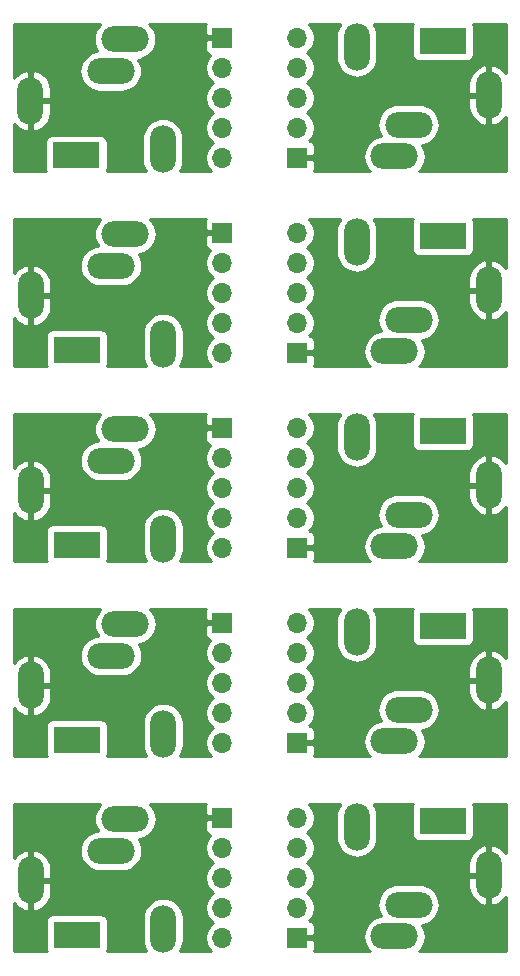
<source format=gbr>
G04 #@! TF.GenerationSoftware,KiCad,Pcbnew,(5.1.5-0-10_14)*
G04 #@! TF.CreationDate,2020-03-15T18:41:56-04:00*
G04 #@! TF.ProjectId,hp_breakout,68705f62-7265-4616-9b6f-75742e6b6963,rev?*
G04 #@! TF.SameCoordinates,Original*
G04 #@! TF.FileFunction,Copper,L2,Bot*
G04 #@! TF.FilePolarity,Positive*
%FSLAX46Y46*%
G04 Gerber Fmt 4.6, Leading zero omitted, Abs format (unit mm)*
G04 Created by KiCad (PCBNEW (5.1.5-0-10_14)) date 2020-03-15 18:41:56*
%MOMM*%
%LPD*%
G04 APERTURE LIST*
%ADD10R,4.000000X2.200000*%
%ADD11O,2.200000X4.000000*%
%ADD12O,4.000000X2.200000*%
%ADD13O,1.700000X1.700000*%
%ADD14R,1.700000X1.700000*%
%ADD15C,0.254000*%
G04 APERTURE END LIST*
D10*
X48604000Y-42319000D03*
D11*
X55904000Y-41819000D03*
D12*
X51504000Y-35219000D03*
X52704000Y-32519000D03*
D11*
X44704000Y-37719000D03*
D10*
X48641000Y-58801000D03*
D11*
X55941000Y-58301000D03*
D12*
X51541000Y-51701000D03*
X52741000Y-49001000D03*
D11*
X44741000Y-54201000D03*
D10*
X79629000Y-49149000D03*
D11*
X72329000Y-49649000D03*
D12*
X76729000Y-56249000D03*
X75529000Y-58949000D03*
D11*
X83529000Y-53749000D03*
D10*
X48641000Y-108331000D03*
D11*
X55941000Y-107831000D03*
D12*
X51541000Y-101231000D03*
X52741000Y-98531000D03*
D11*
X44741000Y-103731000D03*
D10*
X79629000Y-65659000D03*
D11*
X72329000Y-66159000D03*
D12*
X76729000Y-72759000D03*
X75529000Y-75459000D03*
D11*
X83529000Y-70259000D03*
D10*
X79629000Y-82169000D03*
D11*
X72329000Y-82669000D03*
D12*
X76729000Y-89269000D03*
X75529000Y-91969000D03*
D11*
X83529000Y-86769000D03*
D10*
X48641000Y-75311000D03*
D11*
X55941000Y-74811000D03*
D12*
X51541000Y-68211000D03*
X52741000Y-65511000D03*
D11*
X44741000Y-70711000D03*
D10*
X79629000Y-32639000D03*
D11*
X72329000Y-33139000D03*
D12*
X76729000Y-39739000D03*
X75529000Y-42439000D03*
D11*
X83529000Y-37239000D03*
D10*
X79629000Y-98679000D03*
D11*
X72329000Y-99179000D03*
D12*
X76729000Y-105779000D03*
X75529000Y-108479000D03*
D11*
X83529000Y-103279000D03*
D10*
X48641000Y-91821000D03*
D11*
X55941000Y-91321000D03*
D12*
X51541000Y-84721000D03*
X52741000Y-82021000D03*
D11*
X44741000Y-87221000D03*
D13*
X67310000Y-48895000D03*
X67310000Y-51435000D03*
X67310000Y-53975000D03*
X67310000Y-56515000D03*
D14*
X67310000Y-59055000D03*
X60960000Y-98425000D03*
D13*
X60960000Y-100965000D03*
X60960000Y-103505000D03*
X60960000Y-106045000D03*
X60960000Y-108585000D03*
X67310000Y-65405000D03*
X67310000Y-67945000D03*
X67310000Y-70485000D03*
X67310000Y-73025000D03*
D14*
X67310000Y-75565000D03*
X67310000Y-92075000D03*
D13*
X67310000Y-89535000D03*
X67310000Y-86995000D03*
X67310000Y-84455000D03*
X67310000Y-81915000D03*
X60960000Y-75565000D03*
X60960000Y-73025000D03*
X60960000Y-70485000D03*
X60960000Y-67945000D03*
D14*
X60960000Y-65405000D03*
X67310000Y-42545000D03*
D13*
X67310000Y-40005000D03*
X67310000Y-37465000D03*
X67310000Y-34925000D03*
X67310000Y-32385000D03*
X67310000Y-98425000D03*
X67310000Y-100965000D03*
X67310000Y-103505000D03*
X67310000Y-106045000D03*
D14*
X67310000Y-108585000D03*
X60960000Y-81915000D03*
D13*
X60960000Y-84455000D03*
X60960000Y-86995000D03*
X60960000Y-89535000D03*
X60960000Y-92075000D03*
X60960000Y-59055000D03*
X60960000Y-56515000D03*
X60960000Y-53975000D03*
X60960000Y-51435000D03*
D14*
X60960000Y-48895000D03*
X60960000Y-32385000D03*
D13*
X60960000Y-34925000D03*
X60960000Y-37465000D03*
X60960000Y-40005000D03*
X60960000Y-42545000D03*
D15*
G36*
X50571234Y-31286234D02*
G01*
X50354421Y-31550422D01*
X50193314Y-31851832D01*
X50094105Y-32178881D01*
X50060606Y-32519000D01*
X50094105Y-32859119D01*
X50193314Y-33186168D01*
X50354421Y-33487578D01*
X50363995Y-33499245D01*
X50263881Y-33509105D01*
X49936832Y-33608314D01*
X49635422Y-33769421D01*
X49371234Y-33986234D01*
X49154421Y-34250422D01*
X48993314Y-34551832D01*
X48894105Y-34878881D01*
X48860606Y-35219000D01*
X48894105Y-35559119D01*
X48993314Y-35886168D01*
X49154421Y-36187578D01*
X49371234Y-36451766D01*
X49635422Y-36668579D01*
X49936832Y-36829686D01*
X50263881Y-36928895D01*
X50518775Y-36954000D01*
X52489225Y-36954000D01*
X52744119Y-36928895D01*
X53071168Y-36829686D01*
X53372578Y-36668579D01*
X53636766Y-36451766D01*
X53853579Y-36187578D01*
X54014686Y-35886168D01*
X54113895Y-35559119D01*
X54147394Y-35219000D01*
X54113895Y-34878881D01*
X54014686Y-34551832D01*
X53853579Y-34250422D01*
X53844005Y-34238755D01*
X53944119Y-34228895D01*
X54271168Y-34129686D01*
X54572578Y-33968579D01*
X54836766Y-33751766D01*
X55053579Y-33487578D01*
X55214686Y-33186168D01*
X55313895Y-32859119D01*
X55347394Y-32519000D01*
X55313895Y-32178881D01*
X55214686Y-31851832D01*
X55053579Y-31550422D01*
X54836766Y-31286234D01*
X54782867Y-31242000D01*
X59546593Y-31242000D01*
X59520498Y-31290820D01*
X59484188Y-31410518D01*
X59471928Y-31535000D01*
X59475000Y-32099250D01*
X59633750Y-32258000D01*
X60833000Y-32258000D01*
X60833000Y-32238000D01*
X61087000Y-32238000D01*
X61087000Y-32258000D01*
X61107000Y-32258000D01*
X61107000Y-32512000D01*
X61087000Y-32512000D01*
X61087000Y-32532000D01*
X60833000Y-32532000D01*
X60833000Y-32512000D01*
X59633750Y-32512000D01*
X59475000Y-32670750D01*
X59471928Y-33235000D01*
X59484188Y-33359482D01*
X59520498Y-33479180D01*
X59579463Y-33589494D01*
X59658815Y-33686185D01*
X59755506Y-33765537D01*
X59865820Y-33824502D01*
X59938380Y-33846513D01*
X59806525Y-33978368D01*
X59644010Y-34221589D01*
X59532068Y-34491842D01*
X59475000Y-34778740D01*
X59475000Y-35071260D01*
X59532068Y-35358158D01*
X59644010Y-35628411D01*
X59806525Y-35871632D01*
X60013368Y-36078475D01*
X60187760Y-36195000D01*
X60013368Y-36311525D01*
X59806525Y-36518368D01*
X59644010Y-36761589D01*
X59532068Y-37031842D01*
X59475000Y-37318740D01*
X59475000Y-37611260D01*
X59532068Y-37898158D01*
X59644010Y-38168411D01*
X59806525Y-38411632D01*
X60013368Y-38618475D01*
X60187760Y-38735000D01*
X60013368Y-38851525D01*
X59806525Y-39058368D01*
X59644010Y-39301589D01*
X59532068Y-39571842D01*
X59475000Y-39858740D01*
X59475000Y-40151260D01*
X59532068Y-40438158D01*
X59644010Y-40708411D01*
X59806525Y-40951632D01*
X60013368Y-41158475D01*
X60187760Y-41275000D01*
X60013368Y-41391525D01*
X59806525Y-41598368D01*
X59644010Y-41841589D01*
X59532068Y-42111842D01*
X59475000Y-42398740D01*
X59475000Y-42691260D01*
X59532068Y-42978158D01*
X59644010Y-43248411D01*
X59806525Y-43491632D01*
X60002893Y-43688000D01*
X57353233Y-43688000D01*
X57353579Y-43687578D01*
X57514686Y-43386168D01*
X57613895Y-43059119D01*
X57639000Y-42804225D01*
X57639000Y-40833775D01*
X57613895Y-40578881D01*
X57514686Y-40251832D01*
X57353579Y-39950422D01*
X57136766Y-39686234D01*
X56872577Y-39469421D01*
X56571167Y-39308314D01*
X56244118Y-39209105D01*
X55904000Y-39175606D01*
X55563881Y-39209105D01*
X55236832Y-39308314D01*
X54935422Y-39469421D01*
X54671234Y-39686234D01*
X54454421Y-39950423D01*
X54293314Y-40251833D01*
X54194105Y-40578882D01*
X54169000Y-40833776D01*
X54169000Y-42804225D01*
X54194106Y-43059119D01*
X54293315Y-43386168D01*
X54454422Y-43687578D01*
X54454768Y-43688000D01*
X51180235Y-43688000D01*
X51193502Y-43663180D01*
X51229812Y-43543482D01*
X51242072Y-43419000D01*
X51242072Y-41219000D01*
X51229812Y-41094518D01*
X51193502Y-40974820D01*
X51134537Y-40864506D01*
X51055185Y-40767815D01*
X50958494Y-40688463D01*
X50848180Y-40629498D01*
X50728482Y-40593188D01*
X50604000Y-40580928D01*
X46604000Y-40580928D01*
X46479518Y-40593188D01*
X46359820Y-40629498D01*
X46249506Y-40688463D01*
X46152815Y-40767815D01*
X46073463Y-40864506D01*
X46014498Y-40974820D01*
X45978188Y-41094518D01*
X45965928Y-41219000D01*
X45965928Y-43419000D01*
X45978188Y-43543482D01*
X46014498Y-43663180D01*
X46027765Y-43688000D01*
X43307000Y-43688000D01*
X43307000Y-39649049D01*
X43331958Y-39688511D01*
X43566973Y-39935633D01*
X43845683Y-40132157D01*
X44157378Y-40270531D01*
X44307878Y-40308175D01*
X44577000Y-40190125D01*
X44577000Y-37846000D01*
X44831000Y-37846000D01*
X44831000Y-40190125D01*
X45100122Y-40308175D01*
X45250622Y-40270531D01*
X45562317Y-40132157D01*
X45841027Y-39935633D01*
X46076042Y-39688511D01*
X46258330Y-39400288D01*
X46380886Y-39082041D01*
X46439000Y-38746000D01*
X46439000Y-37846000D01*
X44831000Y-37846000D01*
X44577000Y-37846000D01*
X44557000Y-37846000D01*
X44557000Y-37592000D01*
X44577000Y-37592000D01*
X44577000Y-35247875D01*
X44831000Y-35247875D01*
X44831000Y-37592000D01*
X46439000Y-37592000D01*
X46439000Y-36692000D01*
X46380886Y-36355959D01*
X46258330Y-36037712D01*
X46076042Y-35749489D01*
X45841027Y-35502367D01*
X45562317Y-35305843D01*
X45250622Y-35167469D01*
X45100122Y-35129825D01*
X44831000Y-35247875D01*
X44577000Y-35247875D01*
X44307878Y-35129825D01*
X44157378Y-35167469D01*
X43845683Y-35305843D01*
X43566973Y-35502367D01*
X43331958Y-35749489D01*
X43307000Y-35788951D01*
X43307000Y-31242000D01*
X50625133Y-31242000D01*
X50571234Y-31286234D01*
G37*
X50571234Y-31286234D02*
X50354421Y-31550422D01*
X50193314Y-31851832D01*
X50094105Y-32178881D01*
X50060606Y-32519000D01*
X50094105Y-32859119D01*
X50193314Y-33186168D01*
X50354421Y-33487578D01*
X50363995Y-33499245D01*
X50263881Y-33509105D01*
X49936832Y-33608314D01*
X49635422Y-33769421D01*
X49371234Y-33986234D01*
X49154421Y-34250422D01*
X48993314Y-34551832D01*
X48894105Y-34878881D01*
X48860606Y-35219000D01*
X48894105Y-35559119D01*
X48993314Y-35886168D01*
X49154421Y-36187578D01*
X49371234Y-36451766D01*
X49635422Y-36668579D01*
X49936832Y-36829686D01*
X50263881Y-36928895D01*
X50518775Y-36954000D01*
X52489225Y-36954000D01*
X52744119Y-36928895D01*
X53071168Y-36829686D01*
X53372578Y-36668579D01*
X53636766Y-36451766D01*
X53853579Y-36187578D01*
X54014686Y-35886168D01*
X54113895Y-35559119D01*
X54147394Y-35219000D01*
X54113895Y-34878881D01*
X54014686Y-34551832D01*
X53853579Y-34250422D01*
X53844005Y-34238755D01*
X53944119Y-34228895D01*
X54271168Y-34129686D01*
X54572578Y-33968579D01*
X54836766Y-33751766D01*
X55053579Y-33487578D01*
X55214686Y-33186168D01*
X55313895Y-32859119D01*
X55347394Y-32519000D01*
X55313895Y-32178881D01*
X55214686Y-31851832D01*
X55053579Y-31550422D01*
X54836766Y-31286234D01*
X54782867Y-31242000D01*
X59546593Y-31242000D01*
X59520498Y-31290820D01*
X59484188Y-31410518D01*
X59471928Y-31535000D01*
X59475000Y-32099250D01*
X59633750Y-32258000D01*
X60833000Y-32258000D01*
X60833000Y-32238000D01*
X61087000Y-32238000D01*
X61087000Y-32258000D01*
X61107000Y-32258000D01*
X61107000Y-32512000D01*
X61087000Y-32512000D01*
X61087000Y-32532000D01*
X60833000Y-32532000D01*
X60833000Y-32512000D01*
X59633750Y-32512000D01*
X59475000Y-32670750D01*
X59471928Y-33235000D01*
X59484188Y-33359482D01*
X59520498Y-33479180D01*
X59579463Y-33589494D01*
X59658815Y-33686185D01*
X59755506Y-33765537D01*
X59865820Y-33824502D01*
X59938380Y-33846513D01*
X59806525Y-33978368D01*
X59644010Y-34221589D01*
X59532068Y-34491842D01*
X59475000Y-34778740D01*
X59475000Y-35071260D01*
X59532068Y-35358158D01*
X59644010Y-35628411D01*
X59806525Y-35871632D01*
X60013368Y-36078475D01*
X60187760Y-36195000D01*
X60013368Y-36311525D01*
X59806525Y-36518368D01*
X59644010Y-36761589D01*
X59532068Y-37031842D01*
X59475000Y-37318740D01*
X59475000Y-37611260D01*
X59532068Y-37898158D01*
X59644010Y-38168411D01*
X59806525Y-38411632D01*
X60013368Y-38618475D01*
X60187760Y-38735000D01*
X60013368Y-38851525D01*
X59806525Y-39058368D01*
X59644010Y-39301589D01*
X59532068Y-39571842D01*
X59475000Y-39858740D01*
X59475000Y-40151260D01*
X59532068Y-40438158D01*
X59644010Y-40708411D01*
X59806525Y-40951632D01*
X60013368Y-41158475D01*
X60187760Y-41275000D01*
X60013368Y-41391525D01*
X59806525Y-41598368D01*
X59644010Y-41841589D01*
X59532068Y-42111842D01*
X59475000Y-42398740D01*
X59475000Y-42691260D01*
X59532068Y-42978158D01*
X59644010Y-43248411D01*
X59806525Y-43491632D01*
X60002893Y-43688000D01*
X57353233Y-43688000D01*
X57353579Y-43687578D01*
X57514686Y-43386168D01*
X57613895Y-43059119D01*
X57639000Y-42804225D01*
X57639000Y-40833775D01*
X57613895Y-40578881D01*
X57514686Y-40251832D01*
X57353579Y-39950422D01*
X57136766Y-39686234D01*
X56872577Y-39469421D01*
X56571167Y-39308314D01*
X56244118Y-39209105D01*
X55904000Y-39175606D01*
X55563881Y-39209105D01*
X55236832Y-39308314D01*
X54935422Y-39469421D01*
X54671234Y-39686234D01*
X54454421Y-39950423D01*
X54293314Y-40251833D01*
X54194105Y-40578882D01*
X54169000Y-40833776D01*
X54169000Y-42804225D01*
X54194106Y-43059119D01*
X54293315Y-43386168D01*
X54454422Y-43687578D01*
X54454768Y-43688000D01*
X51180235Y-43688000D01*
X51193502Y-43663180D01*
X51229812Y-43543482D01*
X51242072Y-43419000D01*
X51242072Y-41219000D01*
X51229812Y-41094518D01*
X51193502Y-40974820D01*
X51134537Y-40864506D01*
X51055185Y-40767815D01*
X50958494Y-40688463D01*
X50848180Y-40629498D01*
X50728482Y-40593188D01*
X50604000Y-40580928D01*
X46604000Y-40580928D01*
X46479518Y-40593188D01*
X46359820Y-40629498D01*
X46249506Y-40688463D01*
X46152815Y-40767815D01*
X46073463Y-40864506D01*
X46014498Y-40974820D01*
X45978188Y-41094518D01*
X45965928Y-41219000D01*
X45965928Y-43419000D01*
X45978188Y-43543482D01*
X46014498Y-43663180D01*
X46027765Y-43688000D01*
X43307000Y-43688000D01*
X43307000Y-39649049D01*
X43331958Y-39688511D01*
X43566973Y-39935633D01*
X43845683Y-40132157D01*
X44157378Y-40270531D01*
X44307878Y-40308175D01*
X44577000Y-40190125D01*
X44577000Y-37846000D01*
X44831000Y-37846000D01*
X44831000Y-40190125D01*
X45100122Y-40308175D01*
X45250622Y-40270531D01*
X45562317Y-40132157D01*
X45841027Y-39935633D01*
X46076042Y-39688511D01*
X46258330Y-39400288D01*
X46380886Y-39082041D01*
X46439000Y-38746000D01*
X46439000Y-37846000D01*
X44831000Y-37846000D01*
X44577000Y-37846000D01*
X44557000Y-37846000D01*
X44557000Y-37592000D01*
X44577000Y-37592000D01*
X44577000Y-35247875D01*
X44831000Y-35247875D01*
X44831000Y-37592000D01*
X46439000Y-37592000D01*
X46439000Y-36692000D01*
X46380886Y-36355959D01*
X46258330Y-36037712D01*
X46076042Y-35749489D01*
X45841027Y-35502367D01*
X45562317Y-35305843D01*
X45250622Y-35167469D01*
X45100122Y-35129825D01*
X44831000Y-35247875D01*
X44577000Y-35247875D01*
X44307878Y-35129825D01*
X44157378Y-35167469D01*
X43845683Y-35305843D01*
X43566973Y-35502367D01*
X43331958Y-35749489D01*
X43307000Y-35788951D01*
X43307000Y-31242000D01*
X50625133Y-31242000D01*
X50571234Y-31286234D01*
G36*
X70879422Y-97310422D02*
G01*
X70718315Y-97611832D01*
X70619106Y-97938881D01*
X70594000Y-98193775D01*
X70594000Y-100164224D01*
X70619105Y-100419118D01*
X70718314Y-100746167D01*
X70879421Y-101047577D01*
X71096234Y-101311766D01*
X71360422Y-101528579D01*
X71661832Y-101689686D01*
X71988881Y-101788895D01*
X72329000Y-101822394D01*
X72669118Y-101788895D01*
X72996167Y-101689686D01*
X73297577Y-101528579D01*
X73561766Y-101311766D01*
X73778579Y-101047578D01*
X73939686Y-100746168D01*
X74038895Y-100419119D01*
X74064000Y-100164225D01*
X74064000Y-98193775D01*
X74038895Y-97938881D01*
X73939686Y-97611832D01*
X73778579Y-97310422D01*
X73755254Y-97282000D01*
X77067731Y-97282000D01*
X77039498Y-97334820D01*
X77003188Y-97454518D01*
X76990928Y-97579000D01*
X76990928Y-99779000D01*
X77003188Y-99903482D01*
X77039498Y-100023180D01*
X77098463Y-100133494D01*
X77177815Y-100230185D01*
X77274506Y-100309537D01*
X77384820Y-100368502D01*
X77504518Y-100404812D01*
X77629000Y-100417072D01*
X81629000Y-100417072D01*
X81753482Y-100404812D01*
X81873180Y-100368502D01*
X81983494Y-100309537D01*
X82080185Y-100230185D01*
X82159537Y-100133494D01*
X82218502Y-100023180D01*
X82254812Y-99903482D01*
X82267072Y-99779000D01*
X82267072Y-97579000D01*
X82254812Y-97454518D01*
X82218502Y-97334820D01*
X82190269Y-97282000D01*
X84963000Y-97282000D01*
X84963000Y-101407453D01*
X84901042Y-101309489D01*
X84666027Y-101062367D01*
X84387317Y-100865843D01*
X84075622Y-100727469D01*
X83925122Y-100689825D01*
X83656000Y-100807875D01*
X83656000Y-103152000D01*
X83676000Y-103152000D01*
X83676000Y-103406000D01*
X83656000Y-103406000D01*
X83656000Y-105750125D01*
X83925122Y-105868175D01*
X84075622Y-105830531D01*
X84387317Y-105692157D01*
X84666027Y-105495633D01*
X84901042Y-105248511D01*
X84963000Y-105150547D01*
X84963000Y-109728000D01*
X77641985Y-109728000D01*
X77661766Y-109711766D01*
X77878579Y-109447578D01*
X78039686Y-109146168D01*
X78138895Y-108819119D01*
X78172394Y-108479000D01*
X78138895Y-108138881D01*
X78039686Y-107811832D01*
X77878579Y-107510422D01*
X77869005Y-107498755D01*
X77969119Y-107488895D01*
X78296168Y-107389686D01*
X78597578Y-107228579D01*
X78861766Y-107011766D01*
X79078579Y-106747578D01*
X79239686Y-106446168D01*
X79338895Y-106119119D01*
X79372394Y-105779000D01*
X79338895Y-105438881D01*
X79239686Y-105111832D01*
X79078579Y-104810422D01*
X78861766Y-104546234D01*
X78597578Y-104329421D01*
X78296168Y-104168314D01*
X77969119Y-104069105D01*
X77714225Y-104044000D01*
X75743775Y-104044000D01*
X75488881Y-104069105D01*
X75161832Y-104168314D01*
X74860422Y-104329421D01*
X74596234Y-104546234D01*
X74379421Y-104810422D01*
X74218314Y-105111832D01*
X74119105Y-105438881D01*
X74085606Y-105779000D01*
X74119105Y-106119119D01*
X74218314Y-106446168D01*
X74379421Y-106747578D01*
X74388995Y-106759245D01*
X74288881Y-106769105D01*
X73961832Y-106868314D01*
X73660422Y-107029421D01*
X73396234Y-107246234D01*
X73179421Y-107510422D01*
X73018314Y-107811832D01*
X72919105Y-108138881D01*
X72885606Y-108479000D01*
X72919105Y-108819119D01*
X73018314Y-109146168D01*
X73179421Y-109447578D01*
X73396234Y-109711766D01*
X73416015Y-109728000D01*
X68723407Y-109728000D01*
X68749502Y-109679180D01*
X68785812Y-109559482D01*
X68798072Y-109435000D01*
X68795000Y-108870750D01*
X68636250Y-108712000D01*
X67437000Y-108712000D01*
X67437000Y-108732000D01*
X67183000Y-108732000D01*
X67183000Y-108712000D01*
X67163000Y-108712000D01*
X67163000Y-108458000D01*
X67183000Y-108458000D01*
X67183000Y-108438000D01*
X67437000Y-108438000D01*
X67437000Y-108458000D01*
X68636250Y-108458000D01*
X68795000Y-108299250D01*
X68798072Y-107735000D01*
X68785812Y-107610518D01*
X68749502Y-107490820D01*
X68690537Y-107380506D01*
X68611185Y-107283815D01*
X68514494Y-107204463D01*
X68404180Y-107145498D01*
X68331620Y-107123487D01*
X68463475Y-106991632D01*
X68625990Y-106748411D01*
X68737932Y-106478158D01*
X68795000Y-106191260D01*
X68795000Y-105898740D01*
X68737932Y-105611842D01*
X68625990Y-105341589D01*
X68463475Y-105098368D01*
X68256632Y-104891525D01*
X68082240Y-104775000D01*
X68256632Y-104658475D01*
X68463475Y-104451632D01*
X68625990Y-104208411D01*
X68737932Y-103938158D01*
X68795000Y-103651260D01*
X68795000Y-103406000D01*
X81794000Y-103406000D01*
X81794000Y-104306000D01*
X81852114Y-104642041D01*
X81974670Y-104960288D01*
X82156958Y-105248511D01*
X82391973Y-105495633D01*
X82670683Y-105692157D01*
X82982378Y-105830531D01*
X83132878Y-105868175D01*
X83402000Y-105750125D01*
X83402000Y-103406000D01*
X81794000Y-103406000D01*
X68795000Y-103406000D01*
X68795000Y-103358740D01*
X68737932Y-103071842D01*
X68625990Y-102801589D01*
X68463475Y-102558368D01*
X68256632Y-102351525D01*
X68107683Y-102252000D01*
X81794000Y-102252000D01*
X81794000Y-103152000D01*
X83402000Y-103152000D01*
X83402000Y-100807875D01*
X83132878Y-100689825D01*
X82982378Y-100727469D01*
X82670683Y-100865843D01*
X82391973Y-101062367D01*
X82156958Y-101309489D01*
X81974670Y-101597712D01*
X81852114Y-101915959D01*
X81794000Y-102252000D01*
X68107683Y-102252000D01*
X68082240Y-102235000D01*
X68256632Y-102118475D01*
X68463475Y-101911632D01*
X68625990Y-101668411D01*
X68737932Y-101398158D01*
X68795000Y-101111260D01*
X68795000Y-100818740D01*
X68737932Y-100531842D01*
X68625990Y-100261589D01*
X68463475Y-100018368D01*
X68256632Y-99811525D01*
X68082240Y-99695000D01*
X68256632Y-99578475D01*
X68463475Y-99371632D01*
X68625990Y-99128411D01*
X68737932Y-98858158D01*
X68795000Y-98571260D01*
X68795000Y-98278740D01*
X68737932Y-97991842D01*
X68625990Y-97721589D01*
X68463475Y-97478368D01*
X68267107Y-97282000D01*
X70902747Y-97282000D01*
X70879422Y-97310422D01*
G37*
X70879422Y-97310422D02*
X70718315Y-97611832D01*
X70619106Y-97938881D01*
X70594000Y-98193775D01*
X70594000Y-100164224D01*
X70619105Y-100419118D01*
X70718314Y-100746167D01*
X70879421Y-101047577D01*
X71096234Y-101311766D01*
X71360422Y-101528579D01*
X71661832Y-101689686D01*
X71988881Y-101788895D01*
X72329000Y-101822394D01*
X72669118Y-101788895D01*
X72996167Y-101689686D01*
X73297577Y-101528579D01*
X73561766Y-101311766D01*
X73778579Y-101047578D01*
X73939686Y-100746168D01*
X74038895Y-100419119D01*
X74064000Y-100164225D01*
X74064000Y-98193775D01*
X74038895Y-97938881D01*
X73939686Y-97611832D01*
X73778579Y-97310422D01*
X73755254Y-97282000D01*
X77067731Y-97282000D01*
X77039498Y-97334820D01*
X77003188Y-97454518D01*
X76990928Y-97579000D01*
X76990928Y-99779000D01*
X77003188Y-99903482D01*
X77039498Y-100023180D01*
X77098463Y-100133494D01*
X77177815Y-100230185D01*
X77274506Y-100309537D01*
X77384820Y-100368502D01*
X77504518Y-100404812D01*
X77629000Y-100417072D01*
X81629000Y-100417072D01*
X81753482Y-100404812D01*
X81873180Y-100368502D01*
X81983494Y-100309537D01*
X82080185Y-100230185D01*
X82159537Y-100133494D01*
X82218502Y-100023180D01*
X82254812Y-99903482D01*
X82267072Y-99779000D01*
X82267072Y-97579000D01*
X82254812Y-97454518D01*
X82218502Y-97334820D01*
X82190269Y-97282000D01*
X84963000Y-97282000D01*
X84963000Y-101407453D01*
X84901042Y-101309489D01*
X84666027Y-101062367D01*
X84387317Y-100865843D01*
X84075622Y-100727469D01*
X83925122Y-100689825D01*
X83656000Y-100807875D01*
X83656000Y-103152000D01*
X83676000Y-103152000D01*
X83676000Y-103406000D01*
X83656000Y-103406000D01*
X83656000Y-105750125D01*
X83925122Y-105868175D01*
X84075622Y-105830531D01*
X84387317Y-105692157D01*
X84666027Y-105495633D01*
X84901042Y-105248511D01*
X84963000Y-105150547D01*
X84963000Y-109728000D01*
X77641985Y-109728000D01*
X77661766Y-109711766D01*
X77878579Y-109447578D01*
X78039686Y-109146168D01*
X78138895Y-108819119D01*
X78172394Y-108479000D01*
X78138895Y-108138881D01*
X78039686Y-107811832D01*
X77878579Y-107510422D01*
X77869005Y-107498755D01*
X77969119Y-107488895D01*
X78296168Y-107389686D01*
X78597578Y-107228579D01*
X78861766Y-107011766D01*
X79078579Y-106747578D01*
X79239686Y-106446168D01*
X79338895Y-106119119D01*
X79372394Y-105779000D01*
X79338895Y-105438881D01*
X79239686Y-105111832D01*
X79078579Y-104810422D01*
X78861766Y-104546234D01*
X78597578Y-104329421D01*
X78296168Y-104168314D01*
X77969119Y-104069105D01*
X77714225Y-104044000D01*
X75743775Y-104044000D01*
X75488881Y-104069105D01*
X75161832Y-104168314D01*
X74860422Y-104329421D01*
X74596234Y-104546234D01*
X74379421Y-104810422D01*
X74218314Y-105111832D01*
X74119105Y-105438881D01*
X74085606Y-105779000D01*
X74119105Y-106119119D01*
X74218314Y-106446168D01*
X74379421Y-106747578D01*
X74388995Y-106759245D01*
X74288881Y-106769105D01*
X73961832Y-106868314D01*
X73660422Y-107029421D01*
X73396234Y-107246234D01*
X73179421Y-107510422D01*
X73018314Y-107811832D01*
X72919105Y-108138881D01*
X72885606Y-108479000D01*
X72919105Y-108819119D01*
X73018314Y-109146168D01*
X73179421Y-109447578D01*
X73396234Y-109711766D01*
X73416015Y-109728000D01*
X68723407Y-109728000D01*
X68749502Y-109679180D01*
X68785812Y-109559482D01*
X68798072Y-109435000D01*
X68795000Y-108870750D01*
X68636250Y-108712000D01*
X67437000Y-108712000D01*
X67437000Y-108732000D01*
X67183000Y-108732000D01*
X67183000Y-108712000D01*
X67163000Y-108712000D01*
X67163000Y-108458000D01*
X67183000Y-108458000D01*
X67183000Y-108438000D01*
X67437000Y-108438000D01*
X67437000Y-108458000D01*
X68636250Y-108458000D01*
X68795000Y-108299250D01*
X68798072Y-107735000D01*
X68785812Y-107610518D01*
X68749502Y-107490820D01*
X68690537Y-107380506D01*
X68611185Y-107283815D01*
X68514494Y-107204463D01*
X68404180Y-107145498D01*
X68331620Y-107123487D01*
X68463475Y-106991632D01*
X68625990Y-106748411D01*
X68737932Y-106478158D01*
X68795000Y-106191260D01*
X68795000Y-105898740D01*
X68737932Y-105611842D01*
X68625990Y-105341589D01*
X68463475Y-105098368D01*
X68256632Y-104891525D01*
X68082240Y-104775000D01*
X68256632Y-104658475D01*
X68463475Y-104451632D01*
X68625990Y-104208411D01*
X68737932Y-103938158D01*
X68795000Y-103651260D01*
X68795000Y-103406000D01*
X81794000Y-103406000D01*
X81794000Y-104306000D01*
X81852114Y-104642041D01*
X81974670Y-104960288D01*
X82156958Y-105248511D01*
X82391973Y-105495633D01*
X82670683Y-105692157D01*
X82982378Y-105830531D01*
X83132878Y-105868175D01*
X83402000Y-105750125D01*
X83402000Y-103406000D01*
X81794000Y-103406000D01*
X68795000Y-103406000D01*
X68795000Y-103358740D01*
X68737932Y-103071842D01*
X68625990Y-102801589D01*
X68463475Y-102558368D01*
X68256632Y-102351525D01*
X68107683Y-102252000D01*
X81794000Y-102252000D01*
X81794000Y-103152000D01*
X83402000Y-103152000D01*
X83402000Y-100807875D01*
X83132878Y-100689825D01*
X82982378Y-100727469D01*
X82670683Y-100865843D01*
X82391973Y-101062367D01*
X82156958Y-101309489D01*
X81974670Y-101597712D01*
X81852114Y-101915959D01*
X81794000Y-102252000D01*
X68107683Y-102252000D01*
X68082240Y-102235000D01*
X68256632Y-102118475D01*
X68463475Y-101911632D01*
X68625990Y-101668411D01*
X68737932Y-101398158D01*
X68795000Y-101111260D01*
X68795000Y-100818740D01*
X68737932Y-100531842D01*
X68625990Y-100261589D01*
X68463475Y-100018368D01*
X68256632Y-99811525D01*
X68082240Y-99695000D01*
X68256632Y-99578475D01*
X68463475Y-99371632D01*
X68625990Y-99128411D01*
X68737932Y-98858158D01*
X68795000Y-98571260D01*
X68795000Y-98278740D01*
X68737932Y-97991842D01*
X68625990Y-97721589D01*
X68463475Y-97478368D01*
X68267107Y-97282000D01*
X70902747Y-97282000D01*
X70879422Y-97310422D01*
G36*
X50608234Y-47768234D02*
G01*
X50391421Y-48032422D01*
X50230314Y-48333832D01*
X50131105Y-48660881D01*
X50097606Y-49001000D01*
X50131105Y-49341119D01*
X50230314Y-49668168D01*
X50391421Y-49969578D01*
X50400995Y-49981245D01*
X50300881Y-49991105D01*
X49973832Y-50090314D01*
X49672422Y-50251421D01*
X49408234Y-50468234D01*
X49191421Y-50732422D01*
X49030314Y-51033832D01*
X48931105Y-51360881D01*
X48897606Y-51701000D01*
X48931105Y-52041119D01*
X49030314Y-52368168D01*
X49191421Y-52669578D01*
X49408234Y-52933766D01*
X49672422Y-53150579D01*
X49973832Y-53311686D01*
X50300881Y-53410895D01*
X50555775Y-53436000D01*
X52526225Y-53436000D01*
X52781119Y-53410895D01*
X53108168Y-53311686D01*
X53409578Y-53150579D01*
X53673766Y-52933766D01*
X53890579Y-52669578D01*
X54051686Y-52368168D01*
X54150895Y-52041119D01*
X54184394Y-51701000D01*
X54150895Y-51360881D01*
X54051686Y-51033832D01*
X53890579Y-50732422D01*
X53881005Y-50720755D01*
X53981119Y-50710895D01*
X54308168Y-50611686D01*
X54609578Y-50450579D01*
X54873766Y-50233766D01*
X55090579Y-49969578D01*
X55251686Y-49668168D01*
X55350895Y-49341119D01*
X55384394Y-49001000D01*
X55350895Y-48660881D01*
X55251686Y-48333832D01*
X55090579Y-48032422D01*
X54873766Y-47768234D01*
X54853985Y-47752000D01*
X59546593Y-47752000D01*
X59520498Y-47800820D01*
X59484188Y-47920518D01*
X59471928Y-48045000D01*
X59475000Y-48609250D01*
X59633750Y-48768000D01*
X60833000Y-48768000D01*
X60833000Y-48748000D01*
X61087000Y-48748000D01*
X61087000Y-48768000D01*
X61107000Y-48768000D01*
X61107000Y-49022000D01*
X61087000Y-49022000D01*
X61087000Y-49042000D01*
X60833000Y-49042000D01*
X60833000Y-49022000D01*
X59633750Y-49022000D01*
X59475000Y-49180750D01*
X59471928Y-49745000D01*
X59484188Y-49869482D01*
X59520498Y-49989180D01*
X59579463Y-50099494D01*
X59658815Y-50196185D01*
X59755506Y-50275537D01*
X59865820Y-50334502D01*
X59938380Y-50356513D01*
X59806525Y-50488368D01*
X59644010Y-50731589D01*
X59532068Y-51001842D01*
X59475000Y-51288740D01*
X59475000Y-51581260D01*
X59532068Y-51868158D01*
X59644010Y-52138411D01*
X59806525Y-52381632D01*
X60013368Y-52588475D01*
X60187760Y-52705000D01*
X60013368Y-52821525D01*
X59806525Y-53028368D01*
X59644010Y-53271589D01*
X59532068Y-53541842D01*
X59475000Y-53828740D01*
X59475000Y-54121260D01*
X59532068Y-54408158D01*
X59644010Y-54678411D01*
X59806525Y-54921632D01*
X60013368Y-55128475D01*
X60187760Y-55245000D01*
X60013368Y-55361525D01*
X59806525Y-55568368D01*
X59644010Y-55811589D01*
X59532068Y-56081842D01*
X59475000Y-56368740D01*
X59475000Y-56661260D01*
X59532068Y-56948158D01*
X59644010Y-57218411D01*
X59806525Y-57461632D01*
X60013368Y-57668475D01*
X60187760Y-57785000D01*
X60013368Y-57901525D01*
X59806525Y-58108368D01*
X59644010Y-58351589D01*
X59532068Y-58621842D01*
X59475000Y-58908740D01*
X59475000Y-59201260D01*
X59532068Y-59488158D01*
X59644010Y-59758411D01*
X59806525Y-60001632D01*
X60002893Y-60198000D01*
X57367254Y-60198000D01*
X57390579Y-60169578D01*
X57551686Y-59868168D01*
X57650895Y-59541119D01*
X57676000Y-59286225D01*
X57676000Y-57315775D01*
X57650895Y-57060881D01*
X57551686Y-56733832D01*
X57390579Y-56432422D01*
X57173766Y-56168234D01*
X56909577Y-55951421D01*
X56608167Y-55790314D01*
X56281118Y-55691105D01*
X55941000Y-55657606D01*
X55600881Y-55691105D01*
X55273832Y-55790314D01*
X54972422Y-55951421D01*
X54708234Y-56168234D01*
X54491421Y-56432423D01*
X54330314Y-56733833D01*
X54231105Y-57060882D01*
X54206000Y-57315776D01*
X54206000Y-59286225D01*
X54231106Y-59541119D01*
X54330315Y-59868168D01*
X54491422Y-60169578D01*
X54514747Y-60198000D01*
X51202269Y-60198000D01*
X51230502Y-60145180D01*
X51266812Y-60025482D01*
X51279072Y-59901000D01*
X51279072Y-57701000D01*
X51266812Y-57576518D01*
X51230502Y-57456820D01*
X51171537Y-57346506D01*
X51092185Y-57249815D01*
X50995494Y-57170463D01*
X50885180Y-57111498D01*
X50765482Y-57075188D01*
X50641000Y-57062928D01*
X46641000Y-57062928D01*
X46516518Y-57075188D01*
X46396820Y-57111498D01*
X46286506Y-57170463D01*
X46189815Y-57249815D01*
X46110463Y-57346506D01*
X46051498Y-57456820D01*
X46015188Y-57576518D01*
X46002928Y-57701000D01*
X46002928Y-59901000D01*
X46015188Y-60025482D01*
X46051498Y-60145180D01*
X46079731Y-60198000D01*
X43307000Y-60198000D01*
X43307000Y-56072547D01*
X43368958Y-56170511D01*
X43603973Y-56417633D01*
X43882683Y-56614157D01*
X44194378Y-56752531D01*
X44344878Y-56790175D01*
X44614000Y-56672125D01*
X44614000Y-54328000D01*
X44868000Y-54328000D01*
X44868000Y-56672125D01*
X45137122Y-56790175D01*
X45287622Y-56752531D01*
X45599317Y-56614157D01*
X45878027Y-56417633D01*
X46113042Y-56170511D01*
X46295330Y-55882288D01*
X46417886Y-55564041D01*
X46476000Y-55228000D01*
X46476000Y-54328000D01*
X44868000Y-54328000D01*
X44614000Y-54328000D01*
X44594000Y-54328000D01*
X44594000Y-54074000D01*
X44614000Y-54074000D01*
X44614000Y-51729875D01*
X44868000Y-51729875D01*
X44868000Y-54074000D01*
X46476000Y-54074000D01*
X46476000Y-53174000D01*
X46417886Y-52837959D01*
X46295330Y-52519712D01*
X46113042Y-52231489D01*
X45878027Y-51984367D01*
X45599317Y-51787843D01*
X45287622Y-51649469D01*
X45137122Y-51611825D01*
X44868000Y-51729875D01*
X44614000Y-51729875D01*
X44344878Y-51611825D01*
X44194378Y-51649469D01*
X43882683Y-51787843D01*
X43603973Y-51984367D01*
X43368958Y-52231489D01*
X43307000Y-52329453D01*
X43307000Y-47752000D01*
X50628015Y-47752000D01*
X50608234Y-47768234D01*
G37*
X50608234Y-47768234D02*
X50391421Y-48032422D01*
X50230314Y-48333832D01*
X50131105Y-48660881D01*
X50097606Y-49001000D01*
X50131105Y-49341119D01*
X50230314Y-49668168D01*
X50391421Y-49969578D01*
X50400995Y-49981245D01*
X50300881Y-49991105D01*
X49973832Y-50090314D01*
X49672422Y-50251421D01*
X49408234Y-50468234D01*
X49191421Y-50732422D01*
X49030314Y-51033832D01*
X48931105Y-51360881D01*
X48897606Y-51701000D01*
X48931105Y-52041119D01*
X49030314Y-52368168D01*
X49191421Y-52669578D01*
X49408234Y-52933766D01*
X49672422Y-53150579D01*
X49973832Y-53311686D01*
X50300881Y-53410895D01*
X50555775Y-53436000D01*
X52526225Y-53436000D01*
X52781119Y-53410895D01*
X53108168Y-53311686D01*
X53409578Y-53150579D01*
X53673766Y-52933766D01*
X53890579Y-52669578D01*
X54051686Y-52368168D01*
X54150895Y-52041119D01*
X54184394Y-51701000D01*
X54150895Y-51360881D01*
X54051686Y-51033832D01*
X53890579Y-50732422D01*
X53881005Y-50720755D01*
X53981119Y-50710895D01*
X54308168Y-50611686D01*
X54609578Y-50450579D01*
X54873766Y-50233766D01*
X55090579Y-49969578D01*
X55251686Y-49668168D01*
X55350895Y-49341119D01*
X55384394Y-49001000D01*
X55350895Y-48660881D01*
X55251686Y-48333832D01*
X55090579Y-48032422D01*
X54873766Y-47768234D01*
X54853985Y-47752000D01*
X59546593Y-47752000D01*
X59520498Y-47800820D01*
X59484188Y-47920518D01*
X59471928Y-48045000D01*
X59475000Y-48609250D01*
X59633750Y-48768000D01*
X60833000Y-48768000D01*
X60833000Y-48748000D01*
X61087000Y-48748000D01*
X61087000Y-48768000D01*
X61107000Y-48768000D01*
X61107000Y-49022000D01*
X61087000Y-49022000D01*
X61087000Y-49042000D01*
X60833000Y-49042000D01*
X60833000Y-49022000D01*
X59633750Y-49022000D01*
X59475000Y-49180750D01*
X59471928Y-49745000D01*
X59484188Y-49869482D01*
X59520498Y-49989180D01*
X59579463Y-50099494D01*
X59658815Y-50196185D01*
X59755506Y-50275537D01*
X59865820Y-50334502D01*
X59938380Y-50356513D01*
X59806525Y-50488368D01*
X59644010Y-50731589D01*
X59532068Y-51001842D01*
X59475000Y-51288740D01*
X59475000Y-51581260D01*
X59532068Y-51868158D01*
X59644010Y-52138411D01*
X59806525Y-52381632D01*
X60013368Y-52588475D01*
X60187760Y-52705000D01*
X60013368Y-52821525D01*
X59806525Y-53028368D01*
X59644010Y-53271589D01*
X59532068Y-53541842D01*
X59475000Y-53828740D01*
X59475000Y-54121260D01*
X59532068Y-54408158D01*
X59644010Y-54678411D01*
X59806525Y-54921632D01*
X60013368Y-55128475D01*
X60187760Y-55245000D01*
X60013368Y-55361525D01*
X59806525Y-55568368D01*
X59644010Y-55811589D01*
X59532068Y-56081842D01*
X59475000Y-56368740D01*
X59475000Y-56661260D01*
X59532068Y-56948158D01*
X59644010Y-57218411D01*
X59806525Y-57461632D01*
X60013368Y-57668475D01*
X60187760Y-57785000D01*
X60013368Y-57901525D01*
X59806525Y-58108368D01*
X59644010Y-58351589D01*
X59532068Y-58621842D01*
X59475000Y-58908740D01*
X59475000Y-59201260D01*
X59532068Y-59488158D01*
X59644010Y-59758411D01*
X59806525Y-60001632D01*
X60002893Y-60198000D01*
X57367254Y-60198000D01*
X57390579Y-60169578D01*
X57551686Y-59868168D01*
X57650895Y-59541119D01*
X57676000Y-59286225D01*
X57676000Y-57315775D01*
X57650895Y-57060881D01*
X57551686Y-56733832D01*
X57390579Y-56432422D01*
X57173766Y-56168234D01*
X56909577Y-55951421D01*
X56608167Y-55790314D01*
X56281118Y-55691105D01*
X55941000Y-55657606D01*
X55600881Y-55691105D01*
X55273832Y-55790314D01*
X54972422Y-55951421D01*
X54708234Y-56168234D01*
X54491421Y-56432423D01*
X54330314Y-56733833D01*
X54231105Y-57060882D01*
X54206000Y-57315776D01*
X54206000Y-59286225D01*
X54231106Y-59541119D01*
X54330315Y-59868168D01*
X54491422Y-60169578D01*
X54514747Y-60198000D01*
X51202269Y-60198000D01*
X51230502Y-60145180D01*
X51266812Y-60025482D01*
X51279072Y-59901000D01*
X51279072Y-57701000D01*
X51266812Y-57576518D01*
X51230502Y-57456820D01*
X51171537Y-57346506D01*
X51092185Y-57249815D01*
X50995494Y-57170463D01*
X50885180Y-57111498D01*
X50765482Y-57075188D01*
X50641000Y-57062928D01*
X46641000Y-57062928D01*
X46516518Y-57075188D01*
X46396820Y-57111498D01*
X46286506Y-57170463D01*
X46189815Y-57249815D01*
X46110463Y-57346506D01*
X46051498Y-57456820D01*
X46015188Y-57576518D01*
X46002928Y-57701000D01*
X46002928Y-59901000D01*
X46015188Y-60025482D01*
X46051498Y-60145180D01*
X46079731Y-60198000D01*
X43307000Y-60198000D01*
X43307000Y-56072547D01*
X43368958Y-56170511D01*
X43603973Y-56417633D01*
X43882683Y-56614157D01*
X44194378Y-56752531D01*
X44344878Y-56790175D01*
X44614000Y-56672125D01*
X44614000Y-54328000D01*
X44868000Y-54328000D01*
X44868000Y-56672125D01*
X45137122Y-56790175D01*
X45287622Y-56752531D01*
X45599317Y-56614157D01*
X45878027Y-56417633D01*
X46113042Y-56170511D01*
X46295330Y-55882288D01*
X46417886Y-55564041D01*
X46476000Y-55228000D01*
X46476000Y-54328000D01*
X44868000Y-54328000D01*
X44614000Y-54328000D01*
X44594000Y-54328000D01*
X44594000Y-54074000D01*
X44614000Y-54074000D01*
X44614000Y-51729875D01*
X44868000Y-51729875D01*
X44868000Y-54074000D01*
X46476000Y-54074000D01*
X46476000Y-53174000D01*
X46417886Y-52837959D01*
X46295330Y-52519712D01*
X46113042Y-52231489D01*
X45878027Y-51984367D01*
X45599317Y-51787843D01*
X45287622Y-51649469D01*
X45137122Y-51611825D01*
X44868000Y-51729875D01*
X44614000Y-51729875D01*
X44344878Y-51611825D01*
X44194378Y-51649469D01*
X43882683Y-51787843D01*
X43603973Y-51984367D01*
X43368958Y-52231489D01*
X43307000Y-52329453D01*
X43307000Y-47752000D01*
X50628015Y-47752000D01*
X50608234Y-47768234D01*
G36*
X70879422Y-80800422D02*
G01*
X70718315Y-81101832D01*
X70619106Y-81428881D01*
X70594000Y-81683775D01*
X70594000Y-83654224D01*
X70619105Y-83909118D01*
X70718314Y-84236167D01*
X70879421Y-84537577D01*
X71096234Y-84801766D01*
X71360422Y-85018579D01*
X71661832Y-85179686D01*
X71988881Y-85278895D01*
X72329000Y-85312394D01*
X72669118Y-85278895D01*
X72996167Y-85179686D01*
X73297577Y-85018579D01*
X73561766Y-84801766D01*
X73778579Y-84537578D01*
X73939686Y-84236168D01*
X74038895Y-83909119D01*
X74064000Y-83654225D01*
X74064000Y-81683775D01*
X74038895Y-81428881D01*
X73939686Y-81101832D01*
X73778579Y-80800422D01*
X73755254Y-80772000D01*
X77067731Y-80772000D01*
X77039498Y-80824820D01*
X77003188Y-80944518D01*
X76990928Y-81069000D01*
X76990928Y-83269000D01*
X77003188Y-83393482D01*
X77039498Y-83513180D01*
X77098463Y-83623494D01*
X77177815Y-83720185D01*
X77274506Y-83799537D01*
X77384820Y-83858502D01*
X77504518Y-83894812D01*
X77629000Y-83907072D01*
X81629000Y-83907072D01*
X81753482Y-83894812D01*
X81873180Y-83858502D01*
X81983494Y-83799537D01*
X82080185Y-83720185D01*
X82159537Y-83623494D01*
X82218502Y-83513180D01*
X82254812Y-83393482D01*
X82267072Y-83269000D01*
X82267072Y-81069000D01*
X82254812Y-80944518D01*
X82218502Y-80824820D01*
X82190269Y-80772000D01*
X84963000Y-80772000D01*
X84963000Y-84897453D01*
X84901042Y-84799489D01*
X84666027Y-84552367D01*
X84387317Y-84355843D01*
X84075622Y-84217469D01*
X83925122Y-84179825D01*
X83656000Y-84297875D01*
X83656000Y-86642000D01*
X83676000Y-86642000D01*
X83676000Y-86896000D01*
X83656000Y-86896000D01*
X83656000Y-89240125D01*
X83925122Y-89358175D01*
X84075622Y-89320531D01*
X84387317Y-89182157D01*
X84666027Y-88985633D01*
X84901042Y-88738511D01*
X84963000Y-88640547D01*
X84963000Y-93218000D01*
X77641985Y-93218000D01*
X77661766Y-93201766D01*
X77878579Y-92937578D01*
X78039686Y-92636168D01*
X78138895Y-92309119D01*
X78172394Y-91969000D01*
X78138895Y-91628881D01*
X78039686Y-91301832D01*
X77878579Y-91000422D01*
X77869005Y-90988755D01*
X77969119Y-90978895D01*
X78296168Y-90879686D01*
X78597578Y-90718579D01*
X78861766Y-90501766D01*
X79078579Y-90237578D01*
X79239686Y-89936168D01*
X79338895Y-89609119D01*
X79372394Y-89269000D01*
X79338895Y-88928881D01*
X79239686Y-88601832D01*
X79078579Y-88300422D01*
X78861766Y-88036234D01*
X78597578Y-87819421D01*
X78296168Y-87658314D01*
X77969119Y-87559105D01*
X77714225Y-87534000D01*
X75743775Y-87534000D01*
X75488881Y-87559105D01*
X75161832Y-87658314D01*
X74860422Y-87819421D01*
X74596234Y-88036234D01*
X74379421Y-88300422D01*
X74218314Y-88601832D01*
X74119105Y-88928881D01*
X74085606Y-89269000D01*
X74119105Y-89609119D01*
X74218314Y-89936168D01*
X74379421Y-90237578D01*
X74388995Y-90249245D01*
X74288881Y-90259105D01*
X73961832Y-90358314D01*
X73660422Y-90519421D01*
X73396234Y-90736234D01*
X73179421Y-91000422D01*
X73018314Y-91301832D01*
X72919105Y-91628881D01*
X72885606Y-91969000D01*
X72919105Y-92309119D01*
X73018314Y-92636168D01*
X73179421Y-92937578D01*
X73396234Y-93201766D01*
X73416015Y-93218000D01*
X68723407Y-93218000D01*
X68749502Y-93169180D01*
X68785812Y-93049482D01*
X68798072Y-92925000D01*
X68795000Y-92360750D01*
X68636250Y-92202000D01*
X67437000Y-92202000D01*
X67437000Y-92222000D01*
X67183000Y-92222000D01*
X67183000Y-92202000D01*
X67163000Y-92202000D01*
X67163000Y-91948000D01*
X67183000Y-91948000D01*
X67183000Y-91928000D01*
X67437000Y-91928000D01*
X67437000Y-91948000D01*
X68636250Y-91948000D01*
X68795000Y-91789250D01*
X68798072Y-91225000D01*
X68785812Y-91100518D01*
X68749502Y-90980820D01*
X68690537Y-90870506D01*
X68611185Y-90773815D01*
X68514494Y-90694463D01*
X68404180Y-90635498D01*
X68331620Y-90613487D01*
X68463475Y-90481632D01*
X68625990Y-90238411D01*
X68737932Y-89968158D01*
X68795000Y-89681260D01*
X68795000Y-89388740D01*
X68737932Y-89101842D01*
X68625990Y-88831589D01*
X68463475Y-88588368D01*
X68256632Y-88381525D01*
X68082240Y-88265000D01*
X68256632Y-88148475D01*
X68463475Y-87941632D01*
X68625990Y-87698411D01*
X68737932Y-87428158D01*
X68795000Y-87141260D01*
X68795000Y-86896000D01*
X81794000Y-86896000D01*
X81794000Y-87796000D01*
X81852114Y-88132041D01*
X81974670Y-88450288D01*
X82156958Y-88738511D01*
X82391973Y-88985633D01*
X82670683Y-89182157D01*
X82982378Y-89320531D01*
X83132878Y-89358175D01*
X83402000Y-89240125D01*
X83402000Y-86896000D01*
X81794000Y-86896000D01*
X68795000Y-86896000D01*
X68795000Y-86848740D01*
X68737932Y-86561842D01*
X68625990Y-86291589D01*
X68463475Y-86048368D01*
X68256632Y-85841525D01*
X68107683Y-85742000D01*
X81794000Y-85742000D01*
X81794000Y-86642000D01*
X83402000Y-86642000D01*
X83402000Y-84297875D01*
X83132878Y-84179825D01*
X82982378Y-84217469D01*
X82670683Y-84355843D01*
X82391973Y-84552367D01*
X82156958Y-84799489D01*
X81974670Y-85087712D01*
X81852114Y-85405959D01*
X81794000Y-85742000D01*
X68107683Y-85742000D01*
X68082240Y-85725000D01*
X68256632Y-85608475D01*
X68463475Y-85401632D01*
X68625990Y-85158411D01*
X68737932Y-84888158D01*
X68795000Y-84601260D01*
X68795000Y-84308740D01*
X68737932Y-84021842D01*
X68625990Y-83751589D01*
X68463475Y-83508368D01*
X68256632Y-83301525D01*
X68082240Y-83185000D01*
X68256632Y-83068475D01*
X68463475Y-82861632D01*
X68625990Y-82618411D01*
X68737932Y-82348158D01*
X68795000Y-82061260D01*
X68795000Y-81768740D01*
X68737932Y-81481842D01*
X68625990Y-81211589D01*
X68463475Y-80968368D01*
X68267107Y-80772000D01*
X70902747Y-80772000D01*
X70879422Y-80800422D01*
G37*
X70879422Y-80800422D02*
X70718315Y-81101832D01*
X70619106Y-81428881D01*
X70594000Y-81683775D01*
X70594000Y-83654224D01*
X70619105Y-83909118D01*
X70718314Y-84236167D01*
X70879421Y-84537577D01*
X71096234Y-84801766D01*
X71360422Y-85018579D01*
X71661832Y-85179686D01*
X71988881Y-85278895D01*
X72329000Y-85312394D01*
X72669118Y-85278895D01*
X72996167Y-85179686D01*
X73297577Y-85018579D01*
X73561766Y-84801766D01*
X73778579Y-84537578D01*
X73939686Y-84236168D01*
X74038895Y-83909119D01*
X74064000Y-83654225D01*
X74064000Y-81683775D01*
X74038895Y-81428881D01*
X73939686Y-81101832D01*
X73778579Y-80800422D01*
X73755254Y-80772000D01*
X77067731Y-80772000D01*
X77039498Y-80824820D01*
X77003188Y-80944518D01*
X76990928Y-81069000D01*
X76990928Y-83269000D01*
X77003188Y-83393482D01*
X77039498Y-83513180D01*
X77098463Y-83623494D01*
X77177815Y-83720185D01*
X77274506Y-83799537D01*
X77384820Y-83858502D01*
X77504518Y-83894812D01*
X77629000Y-83907072D01*
X81629000Y-83907072D01*
X81753482Y-83894812D01*
X81873180Y-83858502D01*
X81983494Y-83799537D01*
X82080185Y-83720185D01*
X82159537Y-83623494D01*
X82218502Y-83513180D01*
X82254812Y-83393482D01*
X82267072Y-83269000D01*
X82267072Y-81069000D01*
X82254812Y-80944518D01*
X82218502Y-80824820D01*
X82190269Y-80772000D01*
X84963000Y-80772000D01*
X84963000Y-84897453D01*
X84901042Y-84799489D01*
X84666027Y-84552367D01*
X84387317Y-84355843D01*
X84075622Y-84217469D01*
X83925122Y-84179825D01*
X83656000Y-84297875D01*
X83656000Y-86642000D01*
X83676000Y-86642000D01*
X83676000Y-86896000D01*
X83656000Y-86896000D01*
X83656000Y-89240125D01*
X83925122Y-89358175D01*
X84075622Y-89320531D01*
X84387317Y-89182157D01*
X84666027Y-88985633D01*
X84901042Y-88738511D01*
X84963000Y-88640547D01*
X84963000Y-93218000D01*
X77641985Y-93218000D01*
X77661766Y-93201766D01*
X77878579Y-92937578D01*
X78039686Y-92636168D01*
X78138895Y-92309119D01*
X78172394Y-91969000D01*
X78138895Y-91628881D01*
X78039686Y-91301832D01*
X77878579Y-91000422D01*
X77869005Y-90988755D01*
X77969119Y-90978895D01*
X78296168Y-90879686D01*
X78597578Y-90718579D01*
X78861766Y-90501766D01*
X79078579Y-90237578D01*
X79239686Y-89936168D01*
X79338895Y-89609119D01*
X79372394Y-89269000D01*
X79338895Y-88928881D01*
X79239686Y-88601832D01*
X79078579Y-88300422D01*
X78861766Y-88036234D01*
X78597578Y-87819421D01*
X78296168Y-87658314D01*
X77969119Y-87559105D01*
X77714225Y-87534000D01*
X75743775Y-87534000D01*
X75488881Y-87559105D01*
X75161832Y-87658314D01*
X74860422Y-87819421D01*
X74596234Y-88036234D01*
X74379421Y-88300422D01*
X74218314Y-88601832D01*
X74119105Y-88928881D01*
X74085606Y-89269000D01*
X74119105Y-89609119D01*
X74218314Y-89936168D01*
X74379421Y-90237578D01*
X74388995Y-90249245D01*
X74288881Y-90259105D01*
X73961832Y-90358314D01*
X73660422Y-90519421D01*
X73396234Y-90736234D01*
X73179421Y-91000422D01*
X73018314Y-91301832D01*
X72919105Y-91628881D01*
X72885606Y-91969000D01*
X72919105Y-92309119D01*
X73018314Y-92636168D01*
X73179421Y-92937578D01*
X73396234Y-93201766D01*
X73416015Y-93218000D01*
X68723407Y-93218000D01*
X68749502Y-93169180D01*
X68785812Y-93049482D01*
X68798072Y-92925000D01*
X68795000Y-92360750D01*
X68636250Y-92202000D01*
X67437000Y-92202000D01*
X67437000Y-92222000D01*
X67183000Y-92222000D01*
X67183000Y-92202000D01*
X67163000Y-92202000D01*
X67163000Y-91948000D01*
X67183000Y-91948000D01*
X67183000Y-91928000D01*
X67437000Y-91928000D01*
X67437000Y-91948000D01*
X68636250Y-91948000D01*
X68795000Y-91789250D01*
X68798072Y-91225000D01*
X68785812Y-91100518D01*
X68749502Y-90980820D01*
X68690537Y-90870506D01*
X68611185Y-90773815D01*
X68514494Y-90694463D01*
X68404180Y-90635498D01*
X68331620Y-90613487D01*
X68463475Y-90481632D01*
X68625990Y-90238411D01*
X68737932Y-89968158D01*
X68795000Y-89681260D01*
X68795000Y-89388740D01*
X68737932Y-89101842D01*
X68625990Y-88831589D01*
X68463475Y-88588368D01*
X68256632Y-88381525D01*
X68082240Y-88265000D01*
X68256632Y-88148475D01*
X68463475Y-87941632D01*
X68625990Y-87698411D01*
X68737932Y-87428158D01*
X68795000Y-87141260D01*
X68795000Y-86896000D01*
X81794000Y-86896000D01*
X81794000Y-87796000D01*
X81852114Y-88132041D01*
X81974670Y-88450288D01*
X82156958Y-88738511D01*
X82391973Y-88985633D01*
X82670683Y-89182157D01*
X82982378Y-89320531D01*
X83132878Y-89358175D01*
X83402000Y-89240125D01*
X83402000Y-86896000D01*
X81794000Y-86896000D01*
X68795000Y-86896000D01*
X68795000Y-86848740D01*
X68737932Y-86561842D01*
X68625990Y-86291589D01*
X68463475Y-86048368D01*
X68256632Y-85841525D01*
X68107683Y-85742000D01*
X81794000Y-85742000D01*
X81794000Y-86642000D01*
X83402000Y-86642000D01*
X83402000Y-84297875D01*
X83132878Y-84179825D01*
X82982378Y-84217469D01*
X82670683Y-84355843D01*
X82391973Y-84552367D01*
X82156958Y-84799489D01*
X81974670Y-85087712D01*
X81852114Y-85405959D01*
X81794000Y-85742000D01*
X68107683Y-85742000D01*
X68082240Y-85725000D01*
X68256632Y-85608475D01*
X68463475Y-85401632D01*
X68625990Y-85158411D01*
X68737932Y-84888158D01*
X68795000Y-84601260D01*
X68795000Y-84308740D01*
X68737932Y-84021842D01*
X68625990Y-83751589D01*
X68463475Y-83508368D01*
X68256632Y-83301525D01*
X68082240Y-83185000D01*
X68256632Y-83068475D01*
X68463475Y-82861632D01*
X68625990Y-82618411D01*
X68737932Y-82348158D01*
X68795000Y-82061260D01*
X68795000Y-81768740D01*
X68737932Y-81481842D01*
X68625990Y-81211589D01*
X68463475Y-80968368D01*
X68267107Y-80772000D01*
X70902747Y-80772000D01*
X70879422Y-80800422D01*
G36*
X50608234Y-64278234D02*
G01*
X50391421Y-64542422D01*
X50230314Y-64843832D01*
X50131105Y-65170881D01*
X50097606Y-65511000D01*
X50131105Y-65851119D01*
X50230314Y-66178168D01*
X50391421Y-66479578D01*
X50400995Y-66491245D01*
X50300881Y-66501105D01*
X49973832Y-66600314D01*
X49672422Y-66761421D01*
X49408234Y-66978234D01*
X49191421Y-67242422D01*
X49030314Y-67543832D01*
X48931105Y-67870881D01*
X48897606Y-68211000D01*
X48931105Y-68551119D01*
X49030314Y-68878168D01*
X49191421Y-69179578D01*
X49408234Y-69443766D01*
X49672422Y-69660579D01*
X49973832Y-69821686D01*
X50300881Y-69920895D01*
X50555775Y-69946000D01*
X52526225Y-69946000D01*
X52781119Y-69920895D01*
X53108168Y-69821686D01*
X53409578Y-69660579D01*
X53673766Y-69443766D01*
X53890579Y-69179578D01*
X54051686Y-68878168D01*
X54150895Y-68551119D01*
X54184394Y-68211000D01*
X54150895Y-67870881D01*
X54051686Y-67543832D01*
X53890579Y-67242422D01*
X53881005Y-67230755D01*
X53981119Y-67220895D01*
X54308168Y-67121686D01*
X54609578Y-66960579D01*
X54873766Y-66743766D01*
X55090579Y-66479578D01*
X55251686Y-66178168D01*
X55350895Y-65851119D01*
X55384394Y-65511000D01*
X55350895Y-65170881D01*
X55251686Y-64843832D01*
X55090579Y-64542422D01*
X54873766Y-64278234D01*
X54853985Y-64262000D01*
X59546593Y-64262000D01*
X59520498Y-64310820D01*
X59484188Y-64430518D01*
X59471928Y-64555000D01*
X59475000Y-65119250D01*
X59633750Y-65278000D01*
X60833000Y-65278000D01*
X60833000Y-65258000D01*
X61087000Y-65258000D01*
X61087000Y-65278000D01*
X61107000Y-65278000D01*
X61107000Y-65532000D01*
X61087000Y-65532000D01*
X61087000Y-65552000D01*
X60833000Y-65552000D01*
X60833000Y-65532000D01*
X59633750Y-65532000D01*
X59475000Y-65690750D01*
X59471928Y-66255000D01*
X59484188Y-66379482D01*
X59520498Y-66499180D01*
X59579463Y-66609494D01*
X59658815Y-66706185D01*
X59755506Y-66785537D01*
X59865820Y-66844502D01*
X59938380Y-66866513D01*
X59806525Y-66998368D01*
X59644010Y-67241589D01*
X59532068Y-67511842D01*
X59475000Y-67798740D01*
X59475000Y-68091260D01*
X59532068Y-68378158D01*
X59644010Y-68648411D01*
X59806525Y-68891632D01*
X60013368Y-69098475D01*
X60187760Y-69215000D01*
X60013368Y-69331525D01*
X59806525Y-69538368D01*
X59644010Y-69781589D01*
X59532068Y-70051842D01*
X59475000Y-70338740D01*
X59475000Y-70631260D01*
X59532068Y-70918158D01*
X59644010Y-71188411D01*
X59806525Y-71431632D01*
X60013368Y-71638475D01*
X60187760Y-71755000D01*
X60013368Y-71871525D01*
X59806525Y-72078368D01*
X59644010Y-72321589D01*
X59532068Y-72591842D01*
X59475000Y-72878740D01*
X59475000Y-73171260D01*
X59532068Y-73458158D01*
X59644010Y-73728411D01*
X59806525Y-73971632D01*
X60013368Y-74178475D01*
X60187760Y-74295000D01*
X60013368Y-74411525D01*
X59806525Y-74618368D01*
X59644010Y-74861589D01*
X59532068Y-75131842D01*
X59475000Y-75418740D01*
X59475000Y-75711260D01*
X59532068Y-75998158D01*
X59644010Y-76268411D01*
X59806525Y-76511632D01*
X60002893Y-76708000D01*
X57367254Y-76708000D01*
X57390579Y-76679578D01*
X57551686Y-76378168D01*
X57650895Y-76051119D01*
X57676000Y-75796225D01*
X57676000Y-73825775D01*
X57650895Y-73570881D01*
X57551686Y-73243832D01*
X57390579Y-72942422D01*
X57173766Y-72678234D01*
X56909577Y-72461421D01*
X56608167Y-72300314D01*
X56281118Y-72201105D01*
X55941000Y-72167606D01*
X55600881Y-72201105D01*
X55273832Y-72300314D01*
X54972422Y-72461421D01*
X54708234Y-72678234D01*
X54491421Y-72942423D01*
X54330314Y-73243833D01*
X54231105Y-73570882D01*
X54206000Y-73825776D01*
X54206000Y-75796225D01*
X54231106Y-76051119D01*
X54330315Y-76378168D01*
X54491422Y-76679578D01*
X54514747Y-76708000D01*
X51202269Y-76708000D01*
X51230502Y-76655180D01*
X51266812Y-76535482D01*
X51279072Y-76411000D01*
X51279072Y-74211000D01*
X51266812Y-74086518D01*
X51230502Y-73966820D01*
X51171537Y-73856506D01*
X51092185Y-73759815D01*
X50995494Y-73680463D01*
X50885180Y-73621498D01*
X50765482Y-73585188D01*
X50641000Y-73572928D01*
X46641000Y-73572928D01*
X46516518Y-73585188D01*
X46396820Y-73621498D01*
X46286506Y-73680463D01*
X46189815Y-73759815D01*
X46110463Y-73856506D01*
X46051498Y-73966820D01*
X46015188Y-74086518D01*
X46002928Y-74211000D01*
X46002928Y-76411000D01*
X46015188Y-76535482D01*
X46051498Y-76655180D01*
X46079731Y-76708000D01*
X43307000Y-76708000D01*
X43307000Y-72582547D01*
X43368958Y-72680511D01*
X43603973Y-72927633D01*
X43882683Y-73124157D01*
X44194378Y-73262531D01*
X44344878Y-73300175D01*
X44614000Y-73182125D01*
X44614000Y-70838000D01*
X44868000Y-70838000D01*
X44868000Y-73182125D01*
X45137122Y-73300175D01*
X45287622Y-73262531D01*
X45599317Y-73124157D01*
X45878027Y-72927633D01*
X46113042Y-72680511D01*
X46295330Y-72392288D01*
X46417886Y-72074041D01*
X46476000Y-71738000D01*
X46476000Y-70838000D01*
X44868000Y-70838000D01*
X44614000Y-70838000D01*
X44594000Y-70838000D01*
X44594000Y-70584000D01*
X44614000Y-70584000D01*
X44614000Y-68239875D01*
X44868000Y-68239875D01*
X44868000Y-70584000D01*
X46476000Y-70584000D01*
X46476000Y-69684000D01*
X46417886Y-69347959D01*
X46295330Y-69029712D01*
X46113042Y-68741489D01*
X45878027Y-68494367D01*
X45599317Y-68297843D01*
X45287622Y-68159469D01*
X45137122Y-68121825D01*
X44868000Y-68239875D01*
X44614000Y-68239875D01*
X44344878Y-68121825D01*
X44194378Y-68159469D01*
X43882683Y-68297843D01*
X43603973Y-68494367D01*
X43368958Y-68741489D01*
X43307000Y-68839453D01*
X43307000Y-64262000D01*
X50628015Y-64262000D01*
X50608234Y-64278234D01*
G37*
X50608234Y-64278234D02*
X50391421Y-64542422D01*
X50230314Y-64843832D01*
X50131105Y-65170881D01*
X50097606Y-65511000D01*
X50131105Y-65851119D01*
X50230314Y-66178168D01*
X50391421Y-66479578D01*
X50400995Y-66491245D01*
X50300881Y-66501105D01*
X49973832Y-66600314D01*
X49672422Y-66761421D01*
X49408234Y-66978234D01*
X49191421Y-67242422D01*
X49030314Y-67543832D01*
X48931105Y-67870881D01*
X48897606Y-68211000D01*
X48931105Y-68551119D01*
X49030314Y-68878168D01*
X49191421Y-69179578D01*
X49408234Y-69443766D01*
X49672422Y-69660579D01*
X49973832Y-69821686D01*
X50300881Y-69920895D01*
X50555775Y-69946000D01*
X52526225Y-69946000D01*
X52781119Y-69920895D01*
X53108168Y-69821686D01*
X53409578Y-69660579D01*
X53673766Y-69443766D01*
X53890579Y-69179578D01*
X54051686Y-68878168D01*
X54150895Y-68551119D01*
X54184394Y-68211000D01*
X54150895Y-67870881D01*
X54051686Y-67543832D01*
X53890579Y-67242422D01*
X53881005Y-67230755D01*
X53981119Y-67220895D01*
X54308168Y-67121686D01*
X54609578Y-66960579D01*
X54873766Y-66743766D01*
X55090579Y-66479578D01*
X55251686Y-66178168D01*
X55350895Y-65851119D01*
X55384394Y-65511000D01*
X55350895Y-65170881D01*
X55251686Y-64843832D01*
X55090579Y-64542422D01*
X54873766Y-64278234D01*
X54853985Y-64262000D01*
X59546593Y-64262000D01*
X59520498Y-64310820D01*
X59484188Y-64430518D01*
X59471928Y-64555000D01*
X59475000Y-65119250D01*
X59633750Y-65278000D01*
X60833000Y-65278000D01*
X60833000Y-65258000D01*
X61087000Y-65258000D01*
X61087000Y-65278000D01*
X61107000Y-65278000D01*
X61107000Y-65532000D01*
X61087000Y-65532000D01*
X61087000Y-65552000D01*
X60833000Y-65552000D01*
X60833000Y-65532000D01*
X59633750Y-65532000D01*
X59475000Y-65690750D01*
X59471928Y-66255000D01*
X59484188Y-66379482D01*
X59520498Y-66499180D01*
X59579463Y-66609494D01*
X59658815Y-66706185D01*
X59755506Y-66785537D01*
X59865820Y-66844502D01*
X59938380Y-66866513D01*
X59806525Y-66998368D01*
X59644010Y-67241589D01*
X59532068Y-67511842D01*
X59475000Y-67798740D01*
X59475000Y-68091260D01*
X59532068Y-68378158D01*
X59644010Y-68648411D01*
X59806525Y-68891632D01*
X60013368Y-69098475D01*
X60187760Y-69215000D01*
X60013368Y-69331525D01*
X59806525Y-69538368D01*
X59644010Y-69781589D01*
X59532068Y-70051842D01*
X59475000Y-70338740D01*
X59475000Y-70631260D01*
X59532068Y-70918158D01*
X59644010Y-71188411D01*
X59806525Y-71431632D01*
X60013368Y-71638475D01*
X60187760Y-71755000D01*
X60013368Y-71871525D01*
X59806525Y-72078368D01*
X59644010Y-72321589D01*
X59532068Y-72591842D01*
X59475000Y-72878740D01*
X59475000Y-73171260D01*
X59532068Y-73458158D01*
X59644010Y-73728411D01*
X59806525Y-73971632D01*
X60013368Y-74178475D01*
X60187760Y-74295000D01*
X60013368Y-74411525D01*
X59806525Y-74618368D01*
X59644010Y-74861589D01*
X59532068Y-75131842D01*
X59475000Y-75418740D01*
X59475000Y-75711260D01*
X59532068Y-75998158D01*
X59644010Y-76268411D01*
X59806525Y-76511632D01*
X60002893Y-76708000D01*
X57367254Y-76708000D01*
X57390579Y-76679578D01*
X57551686Y-76378168D01*
X57650895Y-76051119D01*
X57676000Y-75796225D01*
X57676000Y-73825775D01*
X57650895Y-73570881D01*
X57551686Y-73243832D01*
X57390579Y-72942422D01*
X57173766Y-72678234D01*
X56909577Y-72461421D01*
X56608167Y-72300314D01*
X56281118Y-72201105D01*
X55941000Y-72167606D01*
X55600881Y-72201105D01*
X55273832Y-72300314D01*
X54972422Y-72461421D01*
X54708234Y-72678234D01*
X54491421Y-72942423D01*
X54330314Y-73243833D01*
X54231105Y-73570882D01*
X54206000Y-73825776D01*
X54206000Y-75796225D01*
X54231106Y-76051119D01*
X54330315Y-76378168D01*
X54491422Y-76679578D01*
X54514747Y-76708000D01*
X51202269Y-76708000D01*
X51230502Y-76655180D01*
X51266812Y-76535482D01*
X51279072Y-76411000D01*
X51279072Y-74211000D01*
X51266812Y-74086518D01*
X51230502Y-73966820D01*
X51171537Y-73856506D01*
X51092185Y-73759815D01*
X50995494Y-73680463D01*
X50885180Y-73621498D01*
X50765482Y-73585188D01*
X50641000Y-73572928D01*
X46641000Y-73572928D01*
X46516518Y-73585188D01*
X46396820Y-73621498D01*
X46286506Y-73680463D01*
X46189815Y-73759815D01*
X46110463Y-73856506D01*
X46051498Y-73966820D01*
X46015188Y-74086518D01*
X46002928Y-74211000D01*
X46002928Y-76411000D01*
X46015188Y-76535482D01*
X46051498Y-76655180D01*
X46079731Y-76708000D01*
X43307000Y-76708000D01*
X43307000Y-72582547D01*
X43368958Y-72680511D01*
X43603973Y-72927633D01*
X43882683Y-73124157D01*
X44194378Y-73262531D01*
X44344878Y-73300175D01*
X44614000Y-73182125D01*
X44614000Y-70838000D01*
X44868000Y-70838000D01*
X44868000Y-73182125D01*
X45137122Y-73300175D01*
X45287622Y-73262531D01*
X45599317Y-73124157D01*
X45878027Y-72927633D01*
X46113042Y-72680511D01*
X46295330Y-72392288D01*
X46417886Y-72074041D01*
X46476000Y-71738000D01*
X46476000Y-70838000D01*
X44868000Y-70838000D01*
X44614000Y-70838000D01*
X44594000Y-70838000D01*
X44594000Y-70584000D01*
X44614000Y-70584000D01*
X44614000Y-68239875D01*
X44868000Y-68239875D01*
X44868000Y-70584000D01*
X46476000Y-70584000D01*
X46476000Y-69684000D01*
X46417886Y-69347959D01*
X46295330Y-69029712D01*
X46113042Y-68741489D01*
X45878027Y-68494367D01*
X45599317Y-68297843D01*
X45287622Y-68159469D01*
X45137122Y-68121825D01*
X44868000Y-68239875D01*
X44614000Y-68239875D01*
X44344878Y-68121825D01*
X44194378Y-68159469D01*
X43882683Y-68297843D01*
X43603973Y-68494367D01*
X43368958Y-68741489D01*
X43307000Y-68839453D01*
X43307000Y-64262000D01*
X50628015Y-64262000D01*
X50608234Y-64278234D01*
G36*
X70879422Y-64290422D02*
G01*
X70718315Y-64591832D01*
X70619106Y-64918881D01*
X70594000Y-65173775D01*
X70594000Y-67144224D01*
X70619105Y-67399118D01*
X70718314Y-67726167D01*
X70879421Y-68027577D01*
X71096234Y-68291766D01*
X71360422Y-68508579D01*
X71661832Y-68669686D01*
X71988881Y-68768895D01*
X72329000Y-68802394D01*
X72669118Y-68768895D01*
X72996167Y-68669686D01*
X73297577Y-68508579D01*
X73561766Y-68291766D01*
X73778579Y-68027578D01*
X73939686Y-67726168D01*
X74038895Y-67399119D01*
X74064000Y-67144225D01*
X74064000Y-65173775D01*
X74038895Y-64918881D01*
X73939686Y-64591832D01*
X73778579Y-64290422D01*
X73755254Y-64262000D01*
X77067731Y-64262000D01*
X77039498Y-64314820D01*
X77003188Y-64434518D01*
X76990928Y-64559000D01*
X76990928Y-66759000D01*
X77003188Y-66883482D01*
X77039498Y-67003180D01*
X77098463Y-67113494D01*
X77177815Y-67210185D01*
X77274506Y-67289537D01*
X77384820Y-67348502D01*
X77504518Y-67384812D01*
X77629000Y-67397072D01*
X81629000Y-67397072D01*
X81753482Y-67384812D01*
X81873180Y-67348502D01*
X81983494Y-67289537D01*
X82080185Y-67210185D01*
X82159537Y-67113494D01*
X82218502Y-67003180D01*
X82254812Y-66883482D01*
X82267072Y-66759000D01*
X82267072Y-64559000D01*
X82254812Y-64434518D01*
X82218502Y-64314820D01*
X82190269Y-64262000D01*
X84963000Y-64262000D01*
X84963000Y-68387453D01*
X84901042Y-68289489D01*
X84666027Y-68042367D01*
X84387317Y-67845843D01*
X84075622Y-67707469D01*
X83925122Y-67669825D01*
X83656000Y-67787875D01*
X83656000Y-70132000D01*
X83676000Y-70132000D01*
X83676000Y-70386000D01*
X83656000Y-70386000D01*
X83656000Y-72730125D01*
X83925122Y-72848175D01*
X84075622Y-72810531D01*
X84387317Y-72672157D01*
X84666027Y-72475633D01*
X84901042Y-72228511D01*
X84963000Y-72130547D01*
X84963000Y-76708000D01*
X77641985Y-76708000D01*
X77661766Y-76691766D01*
X77878579Y-76427578D01*
X78039686Y-76126168D01*
X78138895Y-75799119D01*
X78172394Y-75459000D01*
X78138895Y-75118881D01*
X78039686Y-74791832D01*
X77878579Y-74490422D01*
X77869005Y-74478755D01*
X77969119Y-74468895D01*
X78296168Y-74369686D01*
X78597578Y-74208579D01*
X78861766Y-73991766D01*
X79078579Y-73727578D01*
X79239686Y-73426168D01*
X79338895Y-73099119D01*
X79372394Y-72759000D01*
X79338895Y-72418881D01*
X79239686Y-72091832D01*
X79078579Y-71790422D01*
X78861766Y-71526234D01*
X78597578Y-71309421D01*
X78296168Y-71148314D01*
X77969119Y-71049105D01*
X77714225Y-71024000D01*
X75743775Y-71024000D01*
X75488881Y-71049105D01*
X75161832Y-71148314D01*
X74860422Y-71309421D01*
X74596234Y-71526234D01*
X74379421Y-71790422D01*
X74218314Y-72091832D01*
X74119105Y-72418881D01*
X74085606Y-72759000D01*
X74119105Y-73099119D01*
X74218314Y-73426168D01*
X74379421Y-73727578D01*
X74388995Y-73739245D01*
X74288881Y-73749105D01*
X73961832Y-73848314D01*
X73660422Y-74009421D01*
X73396234Y-74226234D01*
X73179421Y-74490422D01*
X73018314Y-74791832D01*
X72919105Y-75118881D01*
X72885606Y-75459000D01*
X72919105Y-75799119D01*
X73018314Y-76126168D01*
X73179421Y-76427578D01*
X73396234Y-76691766D01*
X73416015Y-76708000D01*
X68723407Y-76708000D01*
X68749502Y-76659180D01*
X68785812Y-76539482D01*
X68798072Y-76415000D01*
X68795000Y-75850750D01*
X68636250Y-75692000D01*
X67437000Y-75692000D01*
X67437000Y-75712000D01*
X67183000Y-75712000D01*
X67183000Y-75692000D01*
X67163000Y-75692000D01*
X67163000Y-75438000D01*
X67183000Y-75438000D01*
X67183000Y-75418000D01*
X67437000Y-75418000D01*
X67437000Y-75438000D01*
X68636250Y-75438000D01*
X68795000Y-75279250D01*
X68798072Y-74715000D01*
X68785812Y-74590518D01*
X68749502Y-74470820D01*
X68690537Y-74360506D01*
X68611185Y-74263815D01*
X68514494Y-74184463D01*
X68404180Y-74125498D01*
X68331620Y-74103487D01*
X68463475Y-73971632D01*
X68625990Y-73728411D01*
X68737932Y-73458158D01*
X68795000Y-73171260D01*
X68795000Y-72878740D01*
X68737932Y-72591842D01*
X68625990Y-72321589D01*
X68463475Y-72078368D01*
X68256632Y-71871525D01*
X68082240Y-71755000D01*
X68256632Y-71638475D01*
X68463475Y-71431632D01*
X68625990Y-71188411D01*
X68737932Y-70918158D01*
X68795000Y-70631260D01*
X68795000Y-70386000D01*
X81794000Y-70386000D01*
X81794000Y-71286000D01*
X81852114Y-71622041D01*
X81974670Y-71940288D01*
X82156958Y-72228511D01*
X82391973Y-72475633D01*
X82670683Y-72672157D01*
X82982378Y-72810531D01*
X83132878Y-72848175D01*
X83402000Y-72730125D01*
X83402000Y-70386000D01*
X81794000Y-70386000D01*
X68795000Y-70386000D01*
X68795000Y-70338740D01*
X68737932Y-70051842D01*
X68625990Y-69781589D01*
X68463475Y-69538368D01*
X68256632Y-69331525D01*
X68107683Y-69232000D01*
X81794000Y-69232000D01*
X81794000Y-70132000D01*
X83402000Y-70132000D01*
X83402000Y-67787875D01*
X83132878Y-67669825D01*
X82982378Y-67707469D01*
X82670683Y-67845843D01*
X82391973Y-68042367D01*
X82156958Y-68289489D01*
X81974670Y-68577712D01*
X81852114Y-68895959D01*
X81794000Y-69232000D01*
X68107683Y-69232000D01*
X68082240Y-69215000D01*
X68256632Y-69098475D01*
X68463475Y-68891632D01*
X68625990Y-68648411D01*
X68737932Y-68378158D01*
X68795000Y-68091260D01*
X68795000Y-67798740D01*
X68737932Y-67511842D01*
X68625990Y-67241589D01*
X68463475Y-66998368D01*
X68256632Y-66791525D01*
X68082240Y-66675000D01*
X68256632Y-66558475D01*
X68463475Y-66351632D01*
X68625990Y-66108411D01*
X68737932Y-65838158D01*
X68795000Y-65551260D01*
X68795000Y-65258740D01*
X68737932Y-64971842D01*
X68625990Y-64701589D01*
X68463475Y-64458368D01*
X68267107Y-64262000D01*
X70902747Y-64262000D01*
X70879422Y-64290422D01*
G37*
X70879422Y-64290422D02*
X70718315Y-64591832D01*
X70619106Y-64918881D01*
X70594000Y-65173775D01*
X70594000Y-67144224D01*
X70619105Y-67399118D01*
X70718314Y-67726167D01*
X70879421Y-68027577D01*
X71096234Y-68291766D01*
X71360422Y-68508579D01*
X71661832Y-68669686D01*
X71988881Y-68768895D01*
X72329000Y-68802394D01*
X72669118Y-68768895D01*
X72996167Y-68669686D01*
X73297577Y-68508579D01*
X73561766Y-68291766D01*
X73778579Y-68027578D01*
X73939686Y-67726168D01*
X74038895Y-67399119D01*
X74064000Y-67144225D01*
X74064000Y-65173775D01*
X74038895Y-64918881D01*
X73939686Y-64591832D01*
X73778579Y-64290422D01*
X73755254Y-64262000D01*
X77067731Y-64262000D01*
X77039498Y-64314820D01*
X77003188Y-64434518D01*
X76990928Y-64559000D01*
X76990928Y-66759000D01*
X77003188Y-66883482D01*
X77039498Y-67003180D01*
X77098463Y-67113494D01*
X77177815Y-67210185D01*
X77274506Y-67289537D01*
X77384820Y-67348502D01*
X77504518Y-67384812D01*
X77629000Y-67397072D01*
X81629000Y-67397072D01*
X81753482Y-67384812D01*
X81873180Y-67348502D01*
X81983494Y-67289537D01*
X82080185Y-67210185D01*
X82159537Y-67113494D01*
X82218502Y-67003180D01*
X82254812Y-66883482D01*
X82267072Y-66759000D01*
X82267072Y-64559000D01*
X82254812Y-64434518D01*
X82218502Y-64314820D01*
X82190269Y-64262000D01*
X84963000Y-64262000D01*
X84963000Y-68387453D01*
X84901042Y-68289489D01*
X84666027Y-68042367D01*
X84387317Y-67845843D01*
X84075622Y-67707469D01*
X83925122Y-67669825D01*
X83656000Y-67787875D01*
X83656000Y-70132000D01*
X83676000Y-70132000D01*
X83676000Y-70386000D01*
X83656000Y-70386000D01*
X83656000Y-72730125D01*
X83925122Y-72848175D01*
X84075622Y-72810531D01*
X84387317Y-72672157D01*
X84666027Y-72475633D01*
X84901042Y-72228511D01*
X84963000Y-72130547D01*
X84963000Y-76708000D01*
X77641985Y-76708000D01*
X77661766Y-76691766D01*
X77878579Y-76427578D01*
X78039686Y-76126168D01*
X78138895Y-75799119D01*
X78172394Y-75459000D01*
X78138895Y-75118881D01*
X78039686Y-74791832D01*
X77878579Y-74490422D01*
X77869005Y-74478755D01*
X77969119Y-74468895D01*
X78296168Y-74369686D01*
X78597578Y-74208579D01*
X78861766Y-73991766D01*
X79078579Y-73727578D01*
X79239686Y-73426168D01*
X79338895Y-73099119D01*
X79372394Y-72759000D01*
X79338895Y-72418881D01*
X79239686Y-72091832D01*
X79078579Y-71790422D01*
X78861766Y-71526234D01*
X78597578Y-71309421D01*
X78296168Y-71148314D01*
X77969119Y-71049105D01*
X77714225Y-71024000D01*
X75743775Y-71024000D01*
X75488881Y-71049105D01*
X75161832Y-71148314D01*
X74860422Y-71309421D01*
X74596234Y-71526234D01*
X74379421Y-71790422D01*
X74218314Y-72091832D01*
X74119105Y-72418881D01*
X74085606Y-72759000D01*
X74119105Y-73099119D01*
X74218314Y-73426168D01*
X74379421Y-73727578D01*
X74388995Y-73739245D01*
X74288881Y-73749105D01*
X73961832Y-73848314D01*
X73660422Y-74009421D01*
X73396234Y-74226234D01*
X73179421Y-74490422D01*
X73018314Y-74791832D01*
X72919105Y-75118881D01*
X72885606Y-75459000D01*
X72919105Y-75799119D01*
X73018314Y-76126168D01*
X73179421Y-76427578D01*
X73396234Y-76691766D01*
X73416015Y-76708000D01*
X68723407Y-76708000D01*
X68749502Y-76659180D01*
X68785812Y-76539482D01*
X68798072Y-76415000D01*
X68795000Y-75850750D01*
X68636250Y-75692000D01*
X67437000Y-75692000D01*
X67437000Y-75712000D01*
X67183000Y-75712000D01*
X67183000Y-75692000D01*
X67163000Y-75692000D01*
X67163000Y-75438000D01*
X67183000Y-75438000D01*
X67183000Y-75418000D01*
X67437000Y-75418000D01*
X67437000Y-75438000D01*
X68636250Y-75438000D01*
X68795000Y-75279250D01*
X68798072Y-74715000D01*
X68785812Y-74590518D01*
X68749502Y-74470820D01*
X68690537Y-74360506D01*
X68611185Y-74263815D01*
X68514494Y-74184463D01*
X68404180Y-74125498D01*
X68331620Y-74103487D01*
X68463475Y-73971632D01*
X68625990Y-73728411D01*
X68737932Y-73458158D01*
X68795000Y-73171260D01*
X68795000Y-72878740D01*
X68737932Y-72591842D01*
X68625990Y-72321589D01*
X68463475Y-72078368D01*
X68256632Y-71871525D01*
X68082240Y-71755000D01*
X68256632Y-71638475D01*
X68463475Y-71431632D01*
X68625990Y-71188411D01*
X68737932Y-70918158D01*
X68795000Y-70631260D01*
X68795000Y-70386000D01*
X81794000Y-70386000D01*
X81794000Y-71286000D01*
X81852114Y-71622041D01*
X81974670Y-71940288D01*
X82156958Y-72228511D01*
X82391973Y-72475633D01*
X82670683Y-72672157D01*
X82982378Y-72810531D01*
X83132878Y-72848175D01*
X83402000Y-72730125D01*
X83402000Y-70386000D01*
X81794000Y-70386000D01*
X68795000Y-70386000D01*
X68795000Y-70338740D01*
X68737932Y-70051842D01*
X68625990Y-69781589D01*
X68463475Y-69538368D01*
X68256632Y-69331525D01*
X68107683Y-69232000D01*
X81794000Y-69232000D01*
X81794000Y-70132000D01*
X83402000Y-70132000D01*
X83402000Y-67787875D01*
X83132878Y-67669825D01*
X82982378Y-67707469D01*
X82670683Y-67845843D01*
X82391973Y-68042367D01*
X82156958Y-68289489D01*
X81974670Y-68577712D01*
X81852114Y-68895959D01*
X81794000Y-69232000D01*
X68107683Y-69232000D01*
X68082240Y-69215000D01*
X68256632Y-69098475D01*
X68463475Y-68891632D01*
X68625990Y-68648411D01*
X68737932Y-68378158D01*
X68795000Y-68091260D01*
X68795000Y-67798740D01*
X68737932Y-67511842D01*
X68625990Y-67241589D01*
X68463475Y-66998368D01*
X68256632Y-66791525D01*
X68082240Y-66675000D01*
X68256632Y-66558475D01*
X68463475Y-66351632D01*
X68625990Y-66108411D01*
X68737932Y-65838158D01*
X68795000Y-65551260D01*
X68795000Y-65258740D01*
X68737932Y-64971842D01*
X68625990Y-64701589D01*
X68463475Y-64458368D01*
X68267107Y-64262000D01*
X70902747Y-64262000D01*
X70879422Y-64290422D01*
G36*
X70879422Y-47780422D02*
G01*
X70718315Y-48081832D01*
X70619106Y-48408881D01*
X70594000Y-48663775D01*
X70594000Y-50634224D01*
X70619105Y-50889118D01*
X70718314Y-51216167D01*
X70879421Y-51517577D01*
X71096234Y-51781766D01*
X71360422Y-51998579D01*
X71661832Y-52159686D01*
X71988881Y-52258895D01*
X72329000Y-52292394D01*
X72669118Y-52258895D01*
X72996167Y-52159686D01*
X73297577Y-51998579D01*
X73561766Y-51781766D01*
X73778579Y-51517578D01*
X73939686Y-51216168D01*
X74038895Y-50889119D01*
X74064000Y-50634225D01*
X74064000Y-48663775D01*
X74038895Y-48408881D01*
X73939686Y-48081832D01*
X73778579Y-47780422D01*
X73755254Y-47752000D01*
X77067731Y-47752000D01*
X77039498Y-47804820D01*
X77003188Y-47924518D01*
X76990928Y-48049000D01*
X76990928Y-50249000D01*
X77003188Y-50373482D01*
X77039498Y-50493180D01*
X77098463Y-50603494D01*
X77177815Y-50700185D01*
X77274506Y-50779537D01*
X77384820Y-50838502D01*
X77504518Y-50874812D01*
X77629000Y-50887072D01*
X81629000Y-50887072D01*
X81753482Y-50874812D01*
X81873180Y-50838502D01*
X81983494Y-50779537D01*
X82080185Y-50700185D01*
X82159537Y-50603494D01*
X82218502Y-50493180D01*
X82254812Y-50373482D01*
X82267072Y-50249000D01*
X82267072Y-48049000D01*
X82254812Y-47924518D01*
X82218502Y-47804820D01*
X82190269Y-47752000D01*
X84963000Y-47752000D01*
X84963000Y-51877453D01*
X84901042Y-51779489D01*
X84666027Y-51532367D01*
X84387317Y-51335843D01*
X84075622Y-51197469D01*
X83925122Y-51159825D01*
X83656000Y-51277875D01*
X83656000Y-53622000D01*
X83676000Y-53622000D01*
X83676000Y-53876000D01*
X83656000Y-53876000D01*
X83656000Y-56220125D01*
X83925122Y-56338175D01*
X84075622Y-56300531D01*
X84387317Y-56162157D01*
X84666027Y-55965633D01*
X84901042Y-55718511D01*
X84963000Y-55620547D01*
X84963000Y-60198000D01*
X77641985Y-60198000D01*
X77661766Y-60181766D01*
X77878579Y-59917578D01*
X78039686Y-59616168D01*
X78138895Y-59289119D01*
X78172394Y-58949000D01*
X78138895Y-58608881D01*
X78039686Y-58281832D01*
X77878579Y-57980422D01*
X77869005Y-57968755D01*
X77969119Y-57958895D01*
X78296168Y-57859686D01*
X78597578Y-57698579D01*
X78861766Y-57481766D01*
X79078579Y-57217578D01*
X79239686Y-56916168D01*
X79338895Y-56589119D01*
X79372394Y-56249000D01*
X79338895Y-55908881D01*
X79239686Y-55581832D01*
X79078579Y-55280422D01*
X78861766Y-55016234D01*
X78597578Y-54799421D01*
X78296168Y-54638314D01*
X77969119Y-54539105D01*
X77714225Y-54514000D01*
X75743775Y-54514000D01*
X75488881Y-54539105D01*
X75161832Y-54638314D01*
X74860422Y-54799421D01*
X74596234Y-55016234D01*
X74379421Y-55280422D01*
X74218314Y-55581832D01*
X74119105Y-55908881D01*
X74085606Y-56249000D01*
X74119105Y-56589119D01*
X74218314Y-56916168D01*
X74379421Y-57217578D01*
X74388995Y-57229245D01*
X74288881Y-57239105D01*
X73961832Y-57338314D01*
X73660422Y-57499421D01*
X73396234Y-57716234D01*
X73179421Y-57980422D01*
X73018314Y-58281832D01*
X72919105Y-58608881D01*
X72885606Y-58949000D01*
X72919105Y-59289119D01*
X73018314Y-59616168D01*
X73179421Y-59917578D01*
X73396234Y-60181766D01*
X73416015Y-60198000D01*
X68723407Y-60198000D01*
X68749502Y-60149180D01*
X68785812Y-60029482D01*
X68798072Y-59905000D01*
X68795000Y-59340750D01*
X68636250Y-59182000D01*
X67437000Y-59182000D01*
X67437000Y-59202000D01*
X67183000Y-59202000D01*
X67183000Y-59182000D01*
X67163000Y-59182000D01*
X67163000Y-58928000D01*
X67183000Y-58928000D01*
X67183000Y-58908000D01*
X67437000Y-58908000D01*
X67437000Y-58928000D01*
X68636250Y-58928000D01*
X68795000Y-58769250D01*
X68798072Y-58205000D01*
X68785812Y-58080518D01*
X68749502Y-57960820D01*
X68690537Y-57850506D01*
X68611185Y-57753815D01*
X68514494Y-57674463D01*
X68404180Y-57615498D01*
X68331620Y-57593487D01*
X68463475Y-57461632D01*
X68625990Y-57218411D01*
X68737932Y-56948158D01*
X68795000Y-56661260D01*
X68795000Y-56368740D01*
X68737932Y-56081842D01*
X68625990Y-55811589D01*
X68463475Y-55568368D01*
X68256632Y-55361525D01*
X68082240Y-55245000D01*
X68256632Y-55128475D01*
X68463475Y-54921632D01*
X68625990Y-54678411D01*
X68737932Y-54408158D01*
X68795000Y-54121260D01*
X68795000Y-53876000D01*
X81794000Y-53876000D01*
X81794000Y-54776000D01*
X81852114Y-55112041D01*
X81974670Y-55430288D01*
X82156958Y-55718511D01*
X82391973Y-55965633D01*
X82670683Y-56162157D01*
X82982378Y-56300531D01*
X83132878Y-56338175D01*
X83402000Y-56220125D01*
X83402000Y-53876000D01*
X81794000Y-53876000D01*
X68795000Y-53876000D01*
X68795000Y-53828740D01*
X68737932Y-53541842D01*
X68625990Y-53271589D01*
X68463475Y-53028368D01*
X68256632Y-52821525D01*
X68107683Y-52722000D01*
X81794000Y-52722000D01*
X81794000Y-53622000D01*
X83402000Y-53622000D01*
X83402000Y-51277875D01*
X83132878Y-51159825D01*
X82982378Y-51197469D01*
X82670683Y-51335843D01*
X82391973Y-51532367D01*
X82156958Y-51779489D01*
X81974670Y-52067712D01*
X81852114Y-52385959D01*
X81794000Y-52722000D01*
X68107683Y-52722000D01*
X68082240Y-52705000D01*
X68256632Y-52588475D01*
X68463475Y-52381632D01*
X68625990Y-52138411D01*
X68737932Y-51868158D01*
X68795000Y-51581260D01*
X68795000Y-51288740D01*
X68737932Y-51001842D01*
X68625990Y-50731589D01*
X68463475Y-50488368D01*
X68256632Y-50281525D01*
X68082240Y-50165000D01*
X68256632Y-50048475D01*
X68463475Y-49841632D01*
X68625990Y-49598411D01*
X68737932Y-49328158D01*
X68795000Y-49041260D01*
X68795000Y-48748740D01*
X68737932Y-48461842D01*
X68625990Y-48191589D01*
X68463475Y-47948368D01*
X68267107Y-47752000D01*
X70902747Y-47752000D01*
X70879422Y-47780422D01*
G37*
X70879422Y-47780422D02*
X70718315Y-48081832D01*
X70619106Y-48408881D01*
X70594000Y-48663775D01*
X70594000Y-50634224D01*
X70619105Y-50889118D01*
X70718314Y-51216167D01*
X70879421Y-51517577D01*
X71096234Y-51781766D01*
X71360422Y-51998579D01*
X71661832Y-52159686D01*
X71988881Y-52258895D01*
X72329000Y-52292394D01*
X72669118Y-52258895D01*
X72996167Y-52159686D01*
X73297577Y-51998579D01*
X73561766Y-51781766D01*
X73778579Y-51517578D01*
X73939686Y-51216168D01*
X74038895Y-50889119D01*
X74064000Y-50634225D01*
X74064000Y-48663775D01*
X74038895Y-48408881D01*
X73939686Y-48081832D01*
X73778579Y-47780422D01*
X73755254Y-47752000D01*
X77067731Y-47752000D01*
X77039498Y-47804820D01*
X77003188Y-47924518D01*
X76990928Y-48049000D01*
X76990928Y-50249000D01*
X77003188Y-50373482D01*
X77039498Y-50493180D01*
X77098463Y-50603494D01*
X77177815Y-50700185D01*
X77274506Y-50779537D01*
X77384820Y-50838502D01*
X77504518Y-50874812D01*
X77629000Y-50887072D01*
X81629000Y-50887072D01*
X81753482Y-50874812D01*
X81873180Y-50838502D01*
X81983494Y-50779537D01*
X82080185Y-50700185D01*
X82159537Y-50603494D01*
X82218502Y-50493180D01*
X82254812Y-50373482D01*
X82267072Y-50249000D01*
X82267072Y-48049000D01*
X82254812Y-47924518D01*
X82218502Y-47804820D01*
X82190269Y-47752000D01*
X84963000Y-47752000D01*
X84963000Y-51877453D01*
X84901042Y-51779489D01*
X84666027Y-51532367D01*
X84387317Y-51335843D01*
X84075622Y-51197469D01*
X83925122Y-51159825D01*
X83656000Y-51277875D01*
X83656000Y-53622000D01*
X83676000Y-53622000D01*
X83676000Y-53876000D01*
X83656000Y-53876000D01*
X83656000Y-56220125D01*
X83925122Y-56338175D01*
X84075622Y-56300531D01*
X84387317Y-56162157D01*
X84666027Y-55965633D01*
X84901042Y-55718511D01*
X84963000Y-55620547D01*
X84963000Y-60198000D01*
X77641985Y-60198000D01*
X77661766Y-60181766D01*
X77878579Y-59917578D01*
X78039686Y-59616168D01*
X78138895Y-59289119D01*
X78172394Y-58949000D01*
X78138895Y-58608881D01*
X78039686Y-58281832D01*
X77878579Y-57980422D01*
X77869005Y-57968755D01*
X77969119Y-57958895D01*
X78296168Y-57859686D01*
X78597578Y-57698579D01*
X78861766Y-57481766D01*
X79078579Y-57217578D01*
X79239686Y-56916168D01*
X79338895Y-56589119D01*
X79372394Y-56249000D01*
X79338895Y-55908881D01*
X79239686Y-55581832D01*
X79078579Y-55280422D01*
X78861766Y-55016234D01*
X78597578Y-54799421D01*
X78296168Y-54638314D01*
X77969119Y-54539105D01*
X77714225Y-54514000D01*
X75743775Y-54514000D01*
X75488881Y-54539105D01*
X75161832Y-54638314D01*
X74860422Y-54799421D01*
X74596234Y-55016234D01*
X74379421Y-55280422D01*
X74218314Y-55581832D01*
X74119105Y-55908881D01*
X74085606Y-56249000D01*
X74119105Y-56589119D01*
X74218314Y-56916168D01*
X74379421Y-57217578D01*
X74388995Y-57229245D01*
X74288881Y-57239105D01*
X73961832Y-57338314D01*
X73660422Y-57499421D01*
X73396234Y-57716234D01*
X73179421Y-57980422D01*
X73018314Y-58281832D01*
X72919105Y-58608881D01*
X72885606Y-58949000D01*
X72919105Y-59289119D01*
X73018314Y-59616168D01*
X73179421Y-59917578D01*
X73396234Y-60181766D01*
X73416015Y-60198000D01*
X68723407Y-60198000D01*
X68749502Y-60149180D01*
X68785812Y-60029482D01*
X68798072Y-59905000D01*
X68795000Y-59340750D01*
X68636250Y-59182000D01*
X67437000Y-59182000D01*
X67437000Y-59202000D01*
X67183000Y-59202000D01*
X67183000Y-59182000D01*
X67163000Y-59182000D01*
X67163000Y-58928000D01*
X67183000Y-58928000D01*
X67183000Y-58908000D01*
X67437000Y-58908000D01*
X67437000Y-58928000D01*
X68636250Y-58928000D01*
X68795000Y-58769250D01*
X68798072Y-58205000D01*
X68785812Y-58080518D01*
X68749502Y-57960820D01*
X68690537Y-57850506D01*
X68611185Y-57753815D01*
X68514494Y-57674463D01*
X68404180Y-57615498D01*
X68331620Y-57593487D01*
X68463475Y-57461632D01*
X68625990Y-57218411D01*
X68737932Y-56948158D01*
X68795000Y-56661260D01*
X68795000Y-56368740D01*
X68737932Y-56081842D01*
X68625990Y-55811589D01*
X68463475Y-55568368D01*
X68256632Y-55361525D01*
X68082240Y-55245000D01*
X68256632Y-55128475D01*
X68463475Y-54921632D01*
X68625990Y-54678411D01*
X68737932Y-54408158D01*
X68795000Y-54121260D01*
X68795000Y-53876000D01*
X81794000Y-53876000D01*
X81794000Y-54776000D01*
X81852114Y-55112041D01*
X81974670Y-55430288D01*
X82156958Y-55718511D01*
X82391973Y-55965633D01*
X82670683Y-56162157D01*
X82982378Y-56300531D01*
X83132878Y-56338175D01*
X83402000Y-56220125D01*
X83402000Y-53876000D01*
X81794000Y-53876000D01*
X68795000Y-53876000D01*
X68795000Y-53828740D01*
X68737932Y-53541842D01*
X68625990Y-53271589D01*
X68463475Y-53028368D01*
X68256632Y-52821525D01*
X68107683Y-52722000D01*
X81794000Y-52722000D01*
X81794000Y-53622000D01*
X83402000Y-53622000D01*
X83402000Y-51277875D01*
X83132878Y-51159825D01*
X82982378Y-51197469D01*
X82670683Y-51335843D01*
X82391973Y-51532367D01*
X82156958Y-51779489D01*
X81974670Y-52067712D01*
X81852114Y-52385959D01*
X81794000Y-52722000D01*
X68107683Y-52722000D01*
X68082240Y-52705000D01*
X68256632Y-52588475D01*
X68463475Y-52381632D01*
X68625990Y-52138411D01*
X68737932Y-51868158D01*
X68795000Y-51581260D01*
X68795000Y-51288740D01*
X68737932Y-51001842D01*
X68625990Y-50731589D01*
X68463475Y-50488368D01*
X68256632Y-50281525D01*
X68082240Y-50165000D01*
X68256632Y-50048475D01*
X68463475Y-49841632D01*
X68625990Y-49598411D01*
X68737932Y-49328158D01*
X68795000Y-49041260D01*
X68795000Y-48748740D01*
X68737932Y-48461842D01*
X68625990Y-48191589D01*
X68463475Y-47948368D01*
X68267107Y-47752000D01*
X70902747Y-47752000D01*
X70879422Y-47780422D01*
G36*
X50608234Y-97298234D02*
G01*
X50391421Y-97562422D01*
X50230314Y-97863832D01*
X50131105Y-98190881D01*
X50097606Y-98531000D01*
X50131105Y-98871119D01*
X50230314Y-99198168D01*
X50391421Y-99499578D01*
X50400995Y-99511245D01*
X50300881Y-99521105D01*
X49973832Y-99620314D01*
X49672422Y-99781421D01*
X49408234Y-99998234D01*
X49191421Y-100262422D01*
X49030314Y-100563832D01*
X48931105Y-100890881D01*
X48897606Y-101231000D01*
X48931105Y-101571119D01*
X49030314Y-101898168D01*
X49191421Y-102199578D01*
X49408234Y-102463766D01*
X49672422Y-102680579D01*
X49973832Y-102841686D01*
X50300881Y-102940895D01*
X50555775Y-102966000D01*
X52526225Y-102966000D01*
X52781119Y-102940895D01*
X53108168Y-102841686D01*
X53409578Y-102680579D01*
X53673766Y-102463766D01*
X53890579Y-102199578D01*
X54051686Y-101898168D01*
X54150895Y-101571119D01*
X54184394Y-101231000D01*
X54150895Y-100890881D01*
X54051686Y-100563832D01*
X53890579Y-100262422D01*
X53881005Y-100250755D01*
X53981119Y-100240895D01*
X54308168Y-100141686D01*
X54609578Y-99980579D01*
X54873766Y-99763766D01*
X55090579Y-99499578D01*
X55251686Y-99198168D01*
X55350895Y-98871119D01*
X55384394Y-98531000D01*
X55350895Y-98190881D01*
X55251686Y-97863832D01*
X55090579Y-97562422D01*
X54873766Y-97298234D01*
X54853985Y-97282000D01*
X59546593Y-97282000D01*
X59520498Y-97330820D01*
X59484188Y-97450518D01*
X59471928Y-97575000D01*
X59475000Y-98139250D01*
X59633750Y-98298000D01*
X60833000Y-98298000D01*
X60833000Y-98278000D01*
X61087000Y-98278000D01*
X61087000Y-98298000D01*
X61107000Y-98298000D01*
X61107000Y-98552000D01*
X61087000Y-98552000D01*
X61087000Y-98572000D01*
X60833000Y-98572000D01*
X60833000Y-98552000D01*
X59633750Y-98552000D01*
X59475000Y-98710750D01*
X59471928Y-99275000D01*
X59484188Y-99399482D01*
X59520498Y-99519180D01*
X59579463Y-99629494D01*
X59658815Y-99726185D01*
X59755506Y-99805537D01*
X59865820Y-99864502D01*
X59938380Y-99886513D01*
X59806525Y-100018368D01*
X59644010Y-100261589D01*
X59532068Y-100531842D01*
X59475000Y-100818740D01*
X59475000Y-101111260D01*
X59532068Y-101398158D01*
X59644010Y-101668411D01*
X59806525Y-101911632D01*
X60013368Y-102118475D01*
X60187760Y-102235000D01*
X60013368Y-102351525D01*
X59806525Y-102558368D01*
X59644010Y-102801589D01*
X59532068Y-103071842D01*
X59475000Y-103358740D01*
X59475000Y-103651260D01*
X59532068Y-103938158D01*
X59644010Y-104208411D01*
X59806525Y-104451632D01*
X60013368Y-104658475D01*
X60187760Y-104775000D01*
X60013368Y-104891525D01*
X59806525Y-105098368D01*
X59644010Y-105341589D01*
X59532068Y-105611842D01*
X59475000Y-105898740D01*
X59475000Y-106191260D01*
X59532068Y-106478158D01*
X59644010Y-106748411D01*
X59806525Y-106991632D01*
X60013368Y-107198475D01*
X60187760Y-107315000D01*
X60013368Y-107431525D01*
X59806525Y-107638368D01*
X59644010Y-107881589D01*
X59532068Y-108151842D01*
X59475000Y-108438740D01*
X59475000Y-108731260D01*
X59532068Y-109018158D01*
X59644010Y-109288411D01*
X59806525Y-109531632D01*
X60002893Y-109728000D01*
X57367254Y-109728000D01*
X57390579Y-109699578D01*
X57551686Y-109398168D01*
X57650895Y-109071119D01*
X57676000Y-108816225D01*
X57676000Y-106845775D01*
X57650895Y-106590881D01*
X57551686Y-106263832D01*
X57390579Y-105962422D01*
X57173766Y-105698234D01*
X56909577Y-105481421D01*
X56608167Y-105320314D01*
X56281118Y-105221105D01*
X55941000Y-105187606D01*
X55600881Y-105221105D01*
X55273832Y-105320314D01*
X54972422Y-105481421D01*
X54708234Y-105698234D01*
X54491421Y-105962423D01*
X54330314Y-106263833D01*
X54231105Y-106590882D01*
X54206000Y-106845776D01*
X54206000Y-108816225D01*
X54231106Y-109071119D01*
X54330315Y-109398168D01*
X54491422Y-109699578D01*
X54514747Y-109728000D01*
X51202269Y-109728000D01*
X51230502Y-109675180D01*
X51266812Y-109555482D01*
X51279072Y-109431000D01*
X51279072Y-107231000D01*
X51266812Y-107106518D01*
X51230502Y-106986820D01*
X51171537Y-106876506D01*
X51092185Y-106779815D01*
X50995494Y-106700463D01*
X50885180Y-106641498D01*
X50765482Y-106605188D01*
X50641000Y-106592928D01*
X46641000Y-106592928D01*
X46516518Y-106605188D01*
X46396820Y-106641498D01*
X46286506Y-106700463D01*
X46189815Y-106779815D01*
X46110463Y-106876506D01*
X46051498Y-106986820D01*
X46015188Y-107106518D01*
X46002928Y-107231000D01*
X46002928Y-109431000D01*
X46015188Y-109555482D01*
X46051498Y-109675180D01*
X46079731Y-109728000D01*
X43307000Y-109728000D01*
X43307000Y-105602547D01*
X43368958Y-105700511D01*
X43603973Y-105947633D01*
X43882683Y-106144157D01*
X44194378Y-106282531D01*
X44344878Y-106320175D01*
X44614000Y-106202125D01*
X44614000Y-103858000D01*
X44868000Y-103858000D01*
X44868000Y-106202125D01*
X45137122Y-106320175D01*
X45287622Y-106282531D01*
X45599317Y-106144157D01*
X45878027Y-105947633D01*
X46113042Y-105700511D01*
X46295330Y-105412288D01*
X46417886Y-105094041D01*
X46476000Y-104758000D01*
X46476000Y-103858000D01*
X44868000Y-103858000D01*
X44614000Y-103858000D01*
X44594000Y-103858000D01*
X44594000Y-103604000D01*
X44614000Y-103604000D01*
X44614000Y-101259875D01*
X44868000Y-101259875D01*
X44868000Y-103604000D01*
X46476000Y-103604000D01*
X46476000Y-102704000D01*
X46417886Y-102367959D01*
X46295330Y-102049712D01*
X46113042Y-101761489D01*
X45878027Y-101514367D01*
X45599317Y-101317843D01*
X45287622Y-101179469D01*
X45137122Y-101141825D01*
X44868000Y-101259875D01*
X44614000Y-101259875D01*
X44344878Y-101141825D01*
X44194378Y-101179469D01*
X43882683Y-101317843D01*
X43603973Y-101514367D01*
X43368958Y-101761489D01*
X43307000Y-101859453D01*
X43307000Y-97282000D01*
X50628015Y-97282000D01*
X50608234Y-97298234D01*
G37*
X50608234Y-97298234D02*
X50391421Y-97562422D01*
X50230314Y-97863832D01*
X50131105Y-98190881D01*
X50097606Y-98531000D01*
X50131105Y-98871119D01*
X50230314Y-99198168D01*
X50391421Y-99499578D01*
X50400995Y-99511245D01*
X50300881Y-99521105D01*
X49973832Y-99620314D01*
X49672422Y-99781421D01*
X49408234Y-99998234D01*
X49191421Y-100262422D01*
X49030314Y-100563832D01*
X48931105Y-100890881D01*
X48897606Y-101231000D01*
X48931105Y-101571119D01*
X49030314Y-101898168D01*
X49191421Y-102199578D01*
X49408234Y-102463766D01*
X49672422Y-102680579D01*
X49973832Y-102841686D01*
X50300881Y-102940895D01*
X50555775Y-102966000D01*
X52526225Y-102966000D01*
X52781119Y-102940895D01*
X53108168Y-102841686D01*
X53409578Y-102680579D01*
X53673766Y-102463766D01*
X53890579Y-102199578D01*
X54051686Y-101898168D01*
X54150895Y-101571119D01*
X54184394Y-101231000D01*
X54150895Y-100890881D01*
X54051686Y-100563832D01*
X53890579Y-100262422D01*
X53881005Y-100250755D01*
X53981119Y-100240895D01*
X54308168Y-100141686D01*
X54609578Y-99980579D01*
X54873766Y-99763766D01*
X55090579Y-99499578D01*
X55251686Y-99198168D01*
X55350895Y-98871119D01*
X55384394Y-98531000D01*
X55350895Y-98190881D01*
X55251686Y-97863832D01*
X55090579Y-97562422D01*
X54873766Y-97298234D01*
X54853985Y-97282000D01*
X59546593Y-97282000D01*
X59520498Y-97330820D01*
X59484188Y-97450518D01*
X59471928Y-97575000D01*
X59475000Y-98139250D01*
X59633750Y-98298000D01*
X60833000Y-98298000D01*
X60833000Y-98278000D01*
X61087000Y-98278000D01*
X61087000Y-98298000D01*
X61107000Y-98298000D01*
X61107000Y-98552000D01*
X61087000Y-98552000D01*
X61087000Y-98572000D01*
X60833000Y-98572000D01*
X60833000Y-98552000D01*
X59633750Y-98552000D01*
X59475000Y-98710750D01*
X59471928Y-99275000D01*
X59484188Y-99399482D01*
X59520498Y-99519180D01*
X59579463Y-99629494D01*
X59658815Y-99726185D01*
X59755506Y-99805537D01*
X59865820Y-99864502D01*
X59938380Y-99886513D01*
X59806525Y-100018368D01*
X59644010Y-100261589D01*
X59532068Y-100531842D01*
X59475000Y-100818740D01*
X59475000Y-101111260D01*
X59532068Y-101398158D01*
X59644010Y-101668411D01*
X59806525Y-101911632D01*
X60013368Y-102118475D01*
X60187760Y-102235000D01*
X60013368Y-102351525D01*
X59806525Y-102558368D01*
X59644010Y-102801589D01*
X59532068Y-103071842D01*
X59475000Y-103358740D01*
X59475000Y-103651260D01*
X59532068Y-103938158D01*
X59644010Y-104208411D01*
X59806525Y-104451632D01*
X60013368Y-104658475D01*
X60187760Y-104775000D01*
X60013368Y-104891525D01*
X59806525Y-105098368D01*
X59644010Y-105341589D01*
X59532068Y-105611842D01*
X59475000Y-105898740D01*
X59475000Y-106191260D01*
X59532068Y-106478158D01*
X59644010Y-106748411D01*
X59806525Y-106991632D01*
X60013368Y-107198475D01*
X60187760Y-107315000D01*
X60013368Y-107431525D01*
X59806525Y-107638368D01*
X59644010Y-107881589D01*
X59532068Y-108151842D01*
X59475000Y-108438740D01*
X59475000Y-108731260D01*
X59532068Y-109018158D01*
X59644010Y-109288411D01*
X59806525Y-109531632D01*
X60002893Y-109728000D01*
X57367254Y-109728000D01*
X57390579Y-109699578D01*
X57551686Y-109398168D01*
X57650895Y-109071119D01*
X57676000Y-108816225D01*
X57676000Y-106845775D01*
X57650895Y-106590881D01*
X57551686Y-106263832D01*
X57390579Y-105962422D01*
X57173766Y-105698234D01*
X56909577Y-105481421D01*
X56608167Y-105320314D01*
X56281118Y-105221105D01*
X55941000Y-105187606D01*
X55600881Y-105221105D01*
X55273832Y-105320314D01*
X54972422Y-105481421D01*
X54708234Y-105698234D01*
X54491421Y-105962423D01*
X54330314Y-106263833D01*
X54231105Y-106590882D01*
X54206000Y-106845776D01*
X54206000Y-108816225D01*
X54231106Y-109071119D01*
X54330315Y-109398168D01*
X54491422Y-109699578D01*
X54514747Y-109728000D01*
X51202269Y-109728000D01*
X51230502Y-109675180D01*
X51266812Y-109555482D01*
X51279072Y-109431000D01*
X51279072Y-107231000D01*
X51266812Y-107106518D01*
X51230502Y-106986820D01*
X51171537Y-106876506D01*
X51092185Y-106779815D01*
X50995494Y-106700463D01*
X50885180Y-106641498D01*
X50765482Y-106605188D01*
X50641000Y-106592928D01*
X46641000Y-106592928D01*
X46516518Y-106605188D01*
X46396820Y-106641498D01*
X46286506Y-106700463D01*
X46189815Y-106779815D01*
X46110463Y-106876506D01*
X46051498Y-106986820D01*
X46015188Y-107106518D01*
X46002928Y-107231000D01*
X46002928Y-109431000D01*
X46015188Y-109555482D01*
X46051498Y-109675180D01*
X46079731Y-109728000D01*
X43307000Y-109728000D01*
X43307000Y-105602547D01*
X43368958Y-105700511D01*
X43603973Y-105947633D01*
X43882683Y-106144157D01*
X44194378Y-106282531D01*
X44344878Y-106320175D01*
X44614000Y-106202125D01*
X44614000Y-103858000D01*
X44868000Y-103858000D01*
X44868000Y-106202125D01*
X45137122Y-106320175D01*
X45287622Y-106282531D01*
X45599317Y-106144157D01*
X45878027Y-105947633D01*
X46113042Y-105700511D01*
X46295330Y-105412288D01*
X46417886Y-105094041D01*
X46476000Y-104758000D01*
X46476000Y-103858000D01*
X44868000Y-103858000D01*
X44614000Y-103858000D01*
X44594000Y-103858000D01*
X44594000Y-103604000D01*
X44614000Y-103604000D01*
X44614000Y-101259875D01*
X44868000Y-101259875D01*
X44868000Y-103604000D01*
X46476000Y-103604000D01*
X46476000Y-102704000D01*
X46417886Y-102367959D01*
X46295330Y-102049712D01*
X46113042Y-101761489D01*
X45878027Y-101514367D01*
X45599317Y-101317843D01*
X45287622Y-101179469D01*
X45137122Y-101141825D01*
X44868000Y-101259875D01*
X44614000Y-101259875D01*
X44344878Y-101141825D01*
X44194378Y-101179469D01*
X43882683Y-101317843D01*
X43603973Y-101514367D01*
X43368958Y-101761489D01*
X43307000Y-101859453D01*
X43307000Y-97282000D01*
X50628015Y-97282000D01*
X50608234Y-97298234D01*
G36*
X70879422Y-31270422D02*
G01*
X70718315Y-31571832D01*
X70619106Y-31898881D01*
X70594000Y-32153775D01*
X70594000Y-34124224D01*
X70619105Y-34379118D01*
X70718314Y-34706167D01*
X70879421Y-35007577D01*
X71096234Y-35271766D01*
X71360422Y-35488579D01*
X71661832Y-35649686D01*
X71988881Y-35748895D01*
X72329000Y-35782394D01*
X72669118Y-35748895D01*
X72996167Y-35649686D01*
X73297577Y-35488579D01*
X73561766Y-35271766D01*
X73778579Y-35007578D01*
X73939686Y-34706168D01*
X74038895Y-34379119D01*
X74064000Y-34124225D01*
X74064000Y-32153775D01*
X74038895Y-31898881D01*
X73939686Y-31571832D01*
X73778579Y-31270422D01*
X73755254Y-31242000D01*
X77067731Y-31242000D01*
X77039498Y-31294820D01*
X77003188Y-31414518D01*
X76990928Y-31539000D01*
X76990928Y-33739000D01*
X77003188Y-33863482D01*
X77039498Y-33983180D01*
X77098463Y-34093494D01*
X77177815Y-34190185D01*
X77274506Y-34269537D01*
X77384820Y-34328502D01*
X77504518Y-34364812D01*
X77629000Y-34377072D01*
X81629000Y-34377072D01*
X81753482Y-34364812D01*
X81873180Y-34328502D01*
X81983494Y-34269537D01*
X82080185Y-34190185D01*
X82159537Y-34093494D01*
X82218502Y-33983180D01*
X82254812Y-33863482D01*
X82267072Y-33739000D01*
X82267072Y-31539000D01*
X82254812Y-31414518D01*
X82218502Y-31294820D01*
X82190269Y-31242000D01*
X84963000Y-31242000D01*
X84963000Y-35367453D01*
X84901042Y-35269489D01*
X84666027Y-35022367D01*
X84387317Y-34825843D01*
X84075622Y-34687469D01*
X83925122Y-34649825D01*
X83656000Y-34767875D01*
X83656000Y-37112000D01*
X83676000Y-37112000D01*
X83676000Y-37366000D01*
X83656000Y-37366000D01*
X83656000Y-39710125D01*
X83925122Y-39828175D01*
X84075622Y-39790531D01*
X84387317Y-39652157D01*
X84666027Y-39455633D01*
X84901042Y-39208511D01*
X84963000Y-39110547D01*
X84963000Y-43688000D01*
X77641985Y-43688000D01*
X77661766Y-43671766D01*
X77878579Y-43407578D01*
X78039686Y-43106168D01*
X78138895Y-42779119D01*
X78172394Y-42439000D01*
X78138895Y-42098881D01*
X78039686Y-41771832D01*
X77878579Y-41470422D01*
X77869005Y-41458755D01*
X77969119Y-41448895D01*
X78296168Y-41349686D01*
X78597578Y-41188579D01*
X78861766Y-40971766D01*
X79078579Y-40707578D01*
X79239686Y-40406168D01*
X79338895Y-40079119D01*
X79372394Y-39739000D01*
X79338895Y-39398881D01*
X79239686Y-39071832D01*
X79078579Y-38770422D01*
X78861766Y-38506234D01*
X78597578Y-38289421D01*
X78296168Y-38128314D01*
X77969119Y-38029105D01*
X77714225Y-38004000D01*
X75743775Y-38004000D01*
X75488881Y-38029105D01*
X75161832Y-38128314D01*
X74860422Y-38289421D01*
X74596234Y-38506234D01*
X74379421Y-38770422D01*
X74218314Y-39071832D01*
X74119105Y-39398881D01*
X74085606Y-39739000D01*
X74119105Y-40079119D01*
X74218314Y-40406168D01*
X74379421Y-40707578D01*
X74388995Y-40719245D01*
X74288881Y-40729105D01*
X73961832Y-40828314D01*
X73660422Y-40989421D01*
X73396234Y-41206234D01*
X73179421Y-41470422D01*
X73018314Y-41771832D01*
X72919105Y-42098881D01*
X72885606Y-42439000D01*
X72919105Y-42779119D01*
X73018314Y-43106168D01*
X73179421Y-43407578D01*
X73396234Y-43671766D01*
X73416015Y-43688000D01*
X68723407Y-43688000D01*
X68749502Y-43639180D01*
X68785812Y-43519482D01*
X68798072Y-43395000D01*
X68795000Y-42830750D01*
X68636250Y-42672000D01*
X67437000Y-42672000D01*
X67437000Y-42692000D01*
X67183000Y-42692000D01*
X67183000Y-42672000D01*
X67163000Y-42672000D01*
X67163000Y-42418000D01*
X67183000Y-42418000D01*
X67183000Y-42398000D01*
X67437000Y-42398000D01*
X67437000Y-42418000D01*
X68636250Y-42418000D01*
X68795000Y-42259250D01*
X68798072Y-41695000D01*
X68785812Y-41570518D01*
X68749502Y-41450820D01*
X68690537Y-41340506D01*
X68611185Y-41243815D01*
X68514494Y-41164463D01*
X68404180Y-41105498D01*
X68331620Y-41083487D01*
X68463475Y-40951632D01*
X68625990Y-40708411D01*
X68737932Y-40438158D01*
X68795000Y-40151260D01*
X68795000Y-39858740D01*
X68737932Y-39571842D01*
X68625990Y-39301589D01*
X68463475Y-39058368D01*
X68256632Y-38851525D01*
X68082240Y-38735000D01*
X68256632Y-38618475D01*
X68463475Y-38411632D01*
X68625990Y-38168411D01*
X68737932Y-37898158D01*
X68795000Y-37611260D01*
X68795000Y-37366000D01*
X81794000Y-37366000D01*
X81794000Y-38266000D01*
X81852114Y-38602041D01*
X81974670Y-38920288D01*
X82156958Y-39208511D01*
X82391973Y-39455633D01*
X82670683Y-39652157D01*
X82982378Y-39790531D01*
X83132878Y-39828175D01*
X83402000Y-39710125D01*
X83402000Y-37366000D01*
X81794000Y-37366000D01*
X68795000Y-37366000D01*
X68795000Y-37318740D01*
X68737932Y-37031842D01*
X68625990Y-36761589D01*
X68463475Y-36518368D01*
X68256632Y-36311525D01*
X68107683Y-36212000D01*
X81794000Y-36212000D01*
X81794000Y-37112000D01*
X83402000Y-37112000D01*
X83402000Y-34767875D01*
X83132878Y-34649825D01*
X82982378Y-34687469D01*
X82670683Y-34825843D01*
X82391973Y-35022367D01*
X82156958Y-35269489D01*
X81974670Y-35557712D01*
X81852114Y-35875959D01*
X81794000Y-36212000D01*
X68107683Y-36212000D01*
X68082240Y-36195000D01*
X68256632Y-36078475D01*
X68463475Y-35871632D01*
X68625990Y-35628411D01*
X68737932Y-35358158D01*
X68795000Y-35071260D01*
X68795000Y-34778740D01*
X68737932Y-34491842D01*
X68625990Y-34221589D01*
X68463475Y-33978368D01*
X68256632Y-33771525D01*
X68082240Y-33655000D01*
X68256632Y-33538475D01*
X68463475Y-33331632D01*
X68625990Y-33088411D01*
X68737932Y-32818158D01*
X68795000Y-32531260D01*
X68795000Y-32238740D01*
X68737932Y-31951842D01*
X68625990Y-31681589D01*
X68463475Y-31438368D01*
X68267107Y-31242000D01*
X70902747Y-31242000D01*
X70879422Y-31270422D01*
G37*
X70879422Y-31270422D02*
X70718315Y-31571832D01*
X70619106Y-31898881D01*
X70594000Y-32153775D01*
X70594000Y-34124224D01*
X70619105Y-34379118D01*
X70718314Y-34706167D01*
X70879421Y-35007577D01*
X71096234Y-35271766D01*
X71360422Y-35488579D01*
X71661832Y-35649686D01*
X71988881Y-35748895D01*
X72329000Y-35782394D01*
X72669118Y-35748895D01*
X72996167Y-35649686D01*
X73297577Y-35488579D01*
X73561766Y-35271766D01*
X73778579Y-35007578D01*
X73939686Y-34706168D01*
X74038895Y-34379119D01*
X74064000Y-34124225D01*
X74064000Y-32153775D01*
X74038895Y-31898881D01*
X73939686Y-31571832D01*
X73778579Y-31270422D01*
X73755254Y-31242000D01*
X77067731Y-31242000D01*
X77039498Y-31294820D01*
X77003188Y-31414518D01*
X76990928Y-31539000D01*
X76990928Y-33739000D01*
X77003188Y-33863482D01*
X77039498Y-33983180D01*
X77098463Y-34093494D01*
X77177815Y-34190185D01*
X77274506Y-34269537D01*
X77384820Y-34328502D01*
X77504518Y-34364812D01*
X77629000Y-34377072D01*
X81629000Y-34377072D01*
X81753482Y-34364812D01*
X81873180Y-34328502D01*
X81983494Y-34269537D01*
X82080185Y-34190185D01*
X82159537Y-34093494D01*
X82218502Y-33983180D01*
X82254812Y-33863482D01*
X82267072Y-33739000D01*
X82267072Y-31539000D01*
X82254812Y-31414518D01*
X82218502Y-31294820D01*
X82190269Y-31242000D01*
X84963000Y-31242000D01*
X84963000Y-35367453D01*
X84901042Y-35269489D01*
X84666027Y-35022367D01*
X84387317Y-34825843D01*
X84075622Y-34687469D01*
X83925122Y-34649825D01*
X83656000Y-34767875D01*
X83656000Y-37112000D01*
X83676000Y-37112000D01*
X83676000Y-37366000D01*
X83656000Y-37366000D01*
X83656000Y-39710125D01*
X83925122Y-39828175D01*
X84075622Y-39790531D01*
X84387317Y-39652157D01*
X84666027Y-39455633D01*
X84901042Y-39208511D01*
X84963000Y-39110547D01*
X84963000Y-43688000D01*
X77641985Y-43688000D01*
X77661766Y-43671766D01*
X77878579Y-43407578D01*
X78039686Y-43106168D01*
X78138895Y-42779119D01*
X78172394Y-42439000D01*
X78138895Y-42098881D01*
X78039686Y-41771832D01*
X77878579Y-41470422D01*
X77869005Y-41458755D01*
X77969119Y-41448895D01*
X78296168Y-41349686D01*
X78597578Y-41188579D01*
X78861766Y-40971766D01*
X79078579Y-40707578D01*
X79239686Y-40406168D01*
X79338895Y-40079119D01*
X79372394Y-39739000D01*
X79338895Y-39398881D01*
X79239686Y-39071832D01*
X79078579Y-38770422D01*
X78861766Y-38506234D01*
X78597578Y-38289421D01*
X78296168Y-38128314D01*
X77969119Y-38029105D01*
X77714225Y-38004000D01*
X75743775Y-38004000D01*
X75488881Y-38029105D01*
X75161832Y-38128314D01*
X74860422Y-38289421D01*
X74596234Y-38506234D01*
X74379421Y-38770422D01*
X74218314Y-39071832D01*
X74119105Y-39398881D01*
X74085606Y-39739000D01*
X74119105Y-40079119D01*
X74218314Y-40406168D01*
X74379421Y-40707578D01*
X74388995Y-40719245D01*
X74288881Y-40729105D01*
X73961832Y-40828314D01*
X73660422Y-40989421D01*
X73396234Y-41206234D01*
X73179421Y-41470422D01*
X73018314Y-41771832D01*
X72919105Y-42098881D01*
X72885606Y-42439000D01*
X72919105Y-42779119D01*
X73018314Y-43106168D01*
X73179421Y-43407578D01*
X73396234Y-43671766D01*
X73416015Y-43688000D01*
X68723407Y-43688000D01*
X68749502Y-43639180D01*
X68785812Y-43519482D01*
X68798072Y-43395000D01*
X68795000Y-42830750D01*
X68636250Y-42672000D01*
X67437000Y-42672000D01*
X67437000Y-42692000D01*
X67183000Y-42692000D01*
X67183000Y-42672000D01*
X67163000Y-42672000D01*
X67163000Y-42418000D01*
X67183000Y-42418000D01*
X67183000Y-42398000D01*
X67437000Y-42398000D01*
X67437000Y-42418000D01*
X68636250Y-42418000D01*
X68795000Y-42259250D01*
X68798072Y-41695000D01*
X68785812Y-41570518D01*
X68749502Y-41450820D01*
X68690537Y-41340506D01*
X68611185Y-41243815D01*
X68514494Y-41164463D01*
X68404180Y-41105498D01*
X68331620Y-41083487D01*
X68463475Y-40951632D01*
X68625990Y-40708411D01*
X68737932Y-40438158D01*
X68795000Y-40151260D01*
X68795000Y-39858740D01*
X68737932Y-39571842D01*
X68625990Y-39301589D01*
X68463475Y-39058368D01*
X68256632Y-38851525D01*
X68082240Y-38735000D01*
X68256632Y-38618475D01*
X68463475Y-38411632D01*
X68625990Y-38168411D01*
X68737932Y-37898158D01*
X68795000Y-37611260D01*
X68795000Y-37366000D01*
X81794000Y-37366000D01*
X81794000Y-38266000D01*
X81852114Y-38602041D01*
X81974670Y-38920288D01*
X82156958Y-39208511D01*
X82391973Y-39455633D01*
X82670683Y-39652157D01*
X82982378Y-39790531D01*
X83132878Y-39828175D01*
X83402000Y-39710125D01*
X83402000Y-37366000D01*
X81794000Y-37366000D01*
X68795000Y-37366000D01*
X68795000Y-37318740D01*
X68737932Y-37031842D01*
X68625990Y-36761589D01*
X68463475Y-36518368D01*
X68256632Y-36311525D01*
X68107683Y-36212000D01*
X81794000Y-36212000D01*
X81794000Y-37112000D01*
X83402000Y-37112000D01*
X83402000Y-34767875D01*
X83132878Y-34649825D01*
X82982378Y-34687469D01*
X82670683Y-34825843D01*
X82391973Y-35022367D01*
X82156958Y-35269489D01*
X81974670Y-35557712D01*
X81852114Y-35875959D01*
X81794000Y-36212000D01*
X68107683Y-36212000D01*
X68082240Y-36195000D01*
X68256632Y-36078475D01*
X68463475Y-35871632D01*
X68625990Y-35628411D01*
X68737932Y-35358158D01*
X68795000Y-35071260D01*
X68795000Y-34778740D01*
X68737932Y-34491842D01*
X68625990Y-34221589D01*
X68463475Y-33978368D01*
X68256632Y-33771525D01*
X68082240Y-33655000D01*
X68256632Y-33538475D01*
X68463475Y-33331632D01*
X68625990Y-33088411D01*
X68737932Y-32818158D01*
X68795000Y-32531260D01*
X68795000Y-32238740D01*
X68737932Y-31951842D01*
X68625990Y-31681589D01*
X68463475Y-31438368D01*
X68267107Y-31242000D01*
X70902747Y-31242000D01*
X70879422Y-31270422D01*
G36*
X50608234Y-80788234D02*
G01*
X50391421Y-81052422D01*
X50230314Y-81353832D01*
X50131105Y-81680881D01*
X50097606Y-82021000D01*
X50131105Y-82361119D01*
X50230314Y-82688168D01*
X50391421Y-82989578D01*
X50400995Y-83001245D01*
X50300881Y-83011105D01*
X49973832Y-83110314D01*
X49672422Y-83271421D01*
X49408234Y-83488234D01*
X49191421Y-83752422D01*
X49030314Y-84053832D01*
X48931105Y-84380881D01*
X48897606Y-84721000D01*
X48931105Y-85061119D01*
X49030314Y-85388168D01*
X49191421Y-85689578D01*
X49408234Y-85953766D01*
X49672422Y-86170579D01*
X49973832Y-86331686D01*
X50300881Y-86430895D01*
X50555775Y-86456000D01*
X52526225Y-86456000D01*
X52781119Y-86430895D01*
X53108168Y-86331686D01*
X53409578Y-86170579D01*
X53673766Y-85953766D01*
X53890579Y-85689578D01*
X54051686Y-85388168D01*
X54150895Y-85061119D01*
X54184394Y-84721000D01*
X54150895Y-84380881D01*
X54051686Y-84053832D01*
X53890579Y-83752422D01*
X53881005Y-83740755D01*
X53981119Y-83730895D01*
X54308168Y-83631686D01*
X54609578Y-83470579D01*
X54873766Y-83253766D01*
X55090579Y-82989578D01*
X55251686Y-82688168D01*
X55350895Y-82361119D01*
X55384394Y-82021000D01*
X55350895Y-81680881D01*
X55251686Y-81353832D01*
X55090579Y-81052422D01*
X54873766Y-80788234D01*
X54853985Y-80772000D01*
X59546593Y-80772000D01*
X59520498Y-80820820D01*
X59484188Y-80940518D01*
X59471928Y-81065000D01*
X59475000Y-81629250D01*
X59633750Y-81788000D01*
X60833000Y-81788000D01*
X60833000Y-81768000D01*
X61087000Y-81768000D01*
X61087000Y-81788000D01*
X61107000Y-81788000D01*
X61107000Y-82042000D01*
X61087000Y-82042000D01*
X61087000Y-82062000D01*
X60833000Y-82062000D01*
X60833000Y-82042000D01*
X59633750Y-82042000D01*
X59475000Y-82200750D01*
X59471928Y-82765000D01*
X59484188Y-82889482D01*
X59520498Y-83009180D01*
X59579463Y-83119494D01*
X59658815Y-83216185D01*
X59755506Y-83295537D01*
X59865820Y-83354502D01*
X59938380Y-83376513D01*
X59806525Y-83508368D01*
X59644010Y-83751589D01*
X59532068Y-84021842D01*
X59475000Y-84308740D01*
X59475000Y-84601260D01*
X59532068Y-84888158D01*
X59644010Y-85158411D01*
X59806525Y-85401632D01*
X60013368Y-85608475D01*
X60187760Y-85725000D01*
X60013368Y-85841525D01*
X59806525Y-86048368D01*
X59644010Y-86291589D01*
X59532068Y-86561842D01*
X59475000Y-86848740D01*
X59475000Y-87141260D01*
X59532068Y-87428158D01*
X59644010Y-87698411D01*
X59806525Y-87941632D01*
X60013368Y-88148475D01*
X60187760Y-88265000D01*
X60013368Y-88381525D01*
X59806525Y-88588368D01*
X59644010Y-88831589D01*
X59532068Y-89101842D01*
X59475000Y-89388740D01*
X59475000Y-89681260D01*
X59532068Y-89968158D01*
X59644010Y-90238411D01*
X59806525Y-90481632D01*
X60013368Y-90688475D01*
X60187760Y-90805000D01*
X60013368Y-90921525D01*
X59806525Y-91128368D01*
X59644010Y-91371589D01*
X59532068Y-91641842D01*
X59475000Y-91928740D01*
X59475000Y-92221260D01*
X59532068Y-92508158D01*
X59644010Y-92778411D01*
X59806525Y-93021632D01*
X60002893Y-93218000D01*
X57367254Y-93218000D01*
X57390579Y-93189578D01*
X57551686Y-92888168D01*
X57650895Y-92561119D01*
X57676000Y-92306225D01*
X57676000Y-90335775D01*
X57650895Y-90080881D01*
X57551686Y-89753832D01*
X57390579Y-89452422D01*
X57173766Y-89188234D01*
X56909577Y-88971421D01*
X56608167Y-88810314D01*
X56281118Y-88711105D01*
X55941000Y-88677606D01*
X55600881Y-88711105D01*
X55273832Y-88810314D01*
X54972422Y-88971421D01*
X54708234Y-89188234D01*
X54491421Y-89452423D01*
X54330314Y-89753833D01*
X54231105Y-90080882D01*
X54206000Y-90335776D01*
X54206000Y-92306225D01*
X54231106Y-92561119D01*
X54330315Y-92888168D01*
X54491422Y-93189578D01*
X54514747Y-93218000D01*
X51202269Y-93218000D01*
X51230502Y-93165180D01*
X51266812Y-93045482D01*
X51279072Y-92921000D01*
X51279072Y-90721000D01*
X51266812Y-90596518D01*
X51230502Y-90476820D01*
X51171537Y-90366506D01*
X51092185Y-90269815D01*
X50995494Y-90190463D01*
X50885180Y-90131498D01*
X50765482Y-90095188D01*
X50641000Y-90082928D01*
X46641000Y-90082928D01*
X46516518Y-90095188D01*
X46396820Y-90131498D01*
X46286506Y-90190463D01*
X46189815Y-90269815D01*
X46110463Y-90366506D01*
X46051498Y-90476820D01*
X46015188Y-90596518D01*
X46002928Y-90721000D01*
X46002928Y-92921000D01*
X46015188Y-93045482D01*
X46051498Y-93165180D01*
X46079731Y-93218000D01*
X43307000Y-93218000D01*
X43307000Y-89092547D01*
X43368958Y-89190511D01*
X43603973Y-89437633D01*
X43882683Y-89634157D01*
X44194378Y-89772531D01*
X44344878Y-89810175D01*
X44614000Y-89692125D01*
X44614000Y-87348000D01*
X44868000Y-87348000D01*
X44868000Y-89692125D01*
X45137122Y-89810175D01*
X45287622Y-89772531D01*
X45599317Y-89634157D01*
X45878027Y-89437633D01*
X46113042Y-89190511D01*
X46295330Y-88902288D01*
X46417886Y-88584041D01*
X46476000Y-88248000D01*
X46476000Y-87348000D01*
X44868000Y-87348000D01*
X44614000Y-87348000D01*
X44594000Y-87348000D01*
X44594000Y-87094000D01*
X44614000Y-87094000D01*
X44614000Y-84749875D01*
X44868000Y-84749875D01*
X44868000Y-87094000D01*
X46476000Y-87094000D01*
X46476000Y-86194000D01*
X46417886Y-85857959D01*
X46295330Y-85539712D01*
X46113042Y-85251489D01*
X45878027Y-85004367D01*
X45599317Y-84807843D01*
X45287622Y-84669469D01*
X45137122Y-84631825D01*
X44868000Y-84749875D01*
X44614000Y-84749875D01*
X44344878Y-84631825D01*
X44194378Y-84669469D01*
X43882683Y-84807843D01*
X43603973Y-85004367D01*
X43368958Y-85251489D01*
X43307000Y-85349453D01*
X43307000Y-80772000D01*
X50628015Y-80772000D01*
X50608234Y-80788234D01*
G37*
X50608234Y-80788234D02*
X50391421Y-81052422D01*
X50230314Y-81353832D01*
X50131105Y-81680881D01*
X50097606Y-82021000D01*
X50131105Y-82361119D01*
X50230314Y-82688168D01*
X50391421Y-82989578D01*
X50400995Y-83001245D01*
X50300881Y-83011105D01*
X49973832Y-83110314D01*
X49672422Y-83271421D01*
X49408234Y-83488234D01*
X49191421Y-83752422D01*
X49030314Y-84053832D01*
X48931105Y-84380881D01*
X48897606Y-84721000D01*
X48931105Y-85061119D01*
X49030314Y-85388168D01*
X49191421Y-85689578D01*
X49408234Y-85953766D01*
X49672422Y-86170579D01*
X49973832Y-86331686D01*
X50300881Y-86430895D01*
X50555775Y-86456000D01*
X52526225Y-86456000D01*
X52781119Y-86430895D01*
X53108168Y-86331686D01*
X53409578Y-86170579D01*
X53673766Y-85953766D01*
X53890579Y-85689578D01*
X54051686Y-85388168D01*
X54150895Y-85061119D01*
X54184394Y-84721000D01*
X54150895Y-84380881D01*
X54051686Y-84053832D01*
X53890579Y-83752422D01*
X53881005Y-83740755D01*
X53981119Y-83730895D01*
X54308168Y-83631686D01*
X54609578Y-83470579D01*
X54873766Y-83253766D01*
X55090579Y-82989578D01*
X55251686Y-82688168D01*
X55350895Y-82361119D01*
X55384394Y-82021000D01*
X55350895Y-81680881D01*
X55251686Y-81353832D01*
X55090579Y-81052422D01*
X54873766Y-80788234D01*
X54853985Y-80772000D01*
X59546593Y-80772000D01*
X59520498Y-80820820D01*
X59484188Y-80940518D01*
X59471928Y-81065000D01*
X59475000Y-81629250D01*
X59633750Y-81788000D01*
X60833000Y-81788000D01*
X60833000Y-81768000D01*
X61087000Y-81768000D01*
X61087000Y-81788000D01*
X61107000Y-81788000D01*
X61107000Y-82042000D01*
X61087000Y-82042000D01*
X61087000Y-82062000D01*
X60833000Y-82062000D01*
X60833000Y-82042000D01*
X59633750Y-82042000D01*
X59475000Y-82200750D01*
X59471928Y-82765000D01*
X59484188Y-82889482D01*
X59520498Y-83009180D01*
X59579463Y-83119494D01*
X59658815Y-83216185D01*
X59755506Y-83295537D01*
X59865820Y-83354502D01*
X59938380Y-83376513D01*
X59806525Y-83508368D01*
X59644010Y-83751589D01*
X59532068Y-84021842D01*
X59475000Y-84308740D01*
X59475000Y-84601260D01*
X59532068Y-84888158D01*
X59644010Y-85158411D01*
X59806525Y-85401632D01*
X60013368Y-85608475D01*
X60187760Y-85725000D01*
X60013368Y-85841525D01*
X59806525Y-86048368D01*
X59644010Y-86291589D01*
X59532068Y-86561842D01*
X59475000Y-86848740D01*
X59475000Y-87141260D01*
X59532068Y-87428158D01*
X59644010Y-87698411D01*
X59806525Y-87941632D01*
X60013368Y-88148475D01*
X60187760Y-88265000D01*
X60013368Y-88381525D01*
X59806525Y-88588368D01*
X59644010Y-88831589D01*
X59532068Y-89101842D01*
X59475000Y-89388740D01*
X59475000Y-89681260D01*
X59532068Y-89968158D01*
X59644010Y-90238411D01*
X59806525Y-90481632D01*
X60013368Y-90688475D01*
X60187760Y-90805000D01*
X60013368Y-90921525D01*
X59806525Y-91128368D01*
X59644010Y-91371589D01*
X59532068Y-91641842D01*
X59475000Y-91928740D01*
X59475000Y-92221260D01*
X59532068Y-92508158D01*
X59644010Y-92778411D01*
X59806525Y-93021632D01*
X60002893Y-93218000D01*
X57367254Y-93218000D01*
X57390579Y-93189578D01*
X57551686Y-92888168D01*
X57650895Y-92561119D01*
X57676000Y-92306225D01*
X57676000Y-90335775D01*
X57650895Y-90080881D01*
X57551686Y-89753832D01*
X57390579Y-89452422D01*
X57173766Y-89188234D01*
X56909577Y-88971421D01*
X56608167Y-88810314D01*
X56281118Y-88711105D01*
X55941000Y-88677606D01*
X55600881Y-88711105D01*
X55273832Y-88810314D01*
X54972422Y-88971421D01*
X54708234Y-89188234D01*
X54491421Y-89452423D01*
X54330314Y-89753833D01*
X54231105Y-90080882D01*
X54206000Y-90335776D01*
X54206000Y-92306225D01*
X54231106Y-92561119D01*
X54330315Y-92888168D01*
X54491422Y-93189578D01*
X54514747Y-93218000D01*
X51202269Y-93218000D01*
X51230502Y-93165180D01*
X51266812Y-93045482D01*
X51279072Y-92921000D01*
X51279072Y-90721000D01*
X51266812Y-90596518D01*
X51230502Y-90476820D01*
X51171537Y-90366506D01*
X51092185Y-90269815D01*
X50995494Y-90190463D01*
X50885180Y-90131498D01*
X50765482Y-90095188D01*
X50641000Y-90082928D01*
X46641000Y-90082928D01*
X46516518Y-90095188D01*
X46396820Y-90131498D01*
X46286506Y-90190463D01*
X46189815Y-90269815D01*
X46110463Y-90366506D01*
X46051498Y-90476820D01*
X46015188Y-90596518D01*
X46002928Y-90721000D01*
X46002928Y-92921000D01*
X46015188Y-93045482D01*
X46051498Y-93165180D01*
X46079731Y-93218000D01*
X43307000Y-93218000D01*
X43307000Y-89092547D01*
X43368958Y-89190511D01*
X43603973Y-89437633D01*
X43882683Y-89634157D01*
X44194378Y-89772531D01*
X44344878Y-89810175D01*
X44614000Y-89692125D01*
X44614000Y-87348000D01*
X44868000Y-87348000D01*
X44868000Y-89692125D01*
X45137122Y-89810175D01*
X45287622Y-89772531D01*
X45599317Y-89634157D01*
X45878027Y-89437633D01*
X46113042Y-89190511D01*
X46295330Y-88902288D01*
X46417886Y-88584041D01*
X46476000Y-88248000D01*
X46476000Y-87348000D01*
X44868000Y-87348000D01*
X44614000Y-87348000D01*
X44594000Y-87348000D01*
X44594000Y-87094000D01*
X44614000Y-87094000D01*
X44614000Y-84749875D01*
X44868000Y-84749875D01*
X44868000Y-87094000D01*
X46476000Y-87094000D01*
X46476000Y-86194000D01*
X46417886Y-85857959D01*
X46295330Y-85539712D01*
X46113042Y-85251489D01*
X45878027Y-85004367D01*
X45599317Y-84807843D01*
X45287622Y-84669469D01*
X45137122Y-84631825D01*
X44868000Y-84749875D01*
X44614000Y-84749875D01*
X44344878Y-84631825D01*
X44194378Y-84669469D01*
X43882683Y-84807843D01*
X43603973Y-85004367D01*
X43368958Y-85251489D01*
X43307000Y-85349453D01*
X43307000Y-80772000D01*
X50628015Y-80772000D01*
X50608234Y-80788234D01*
M02*

</source>
